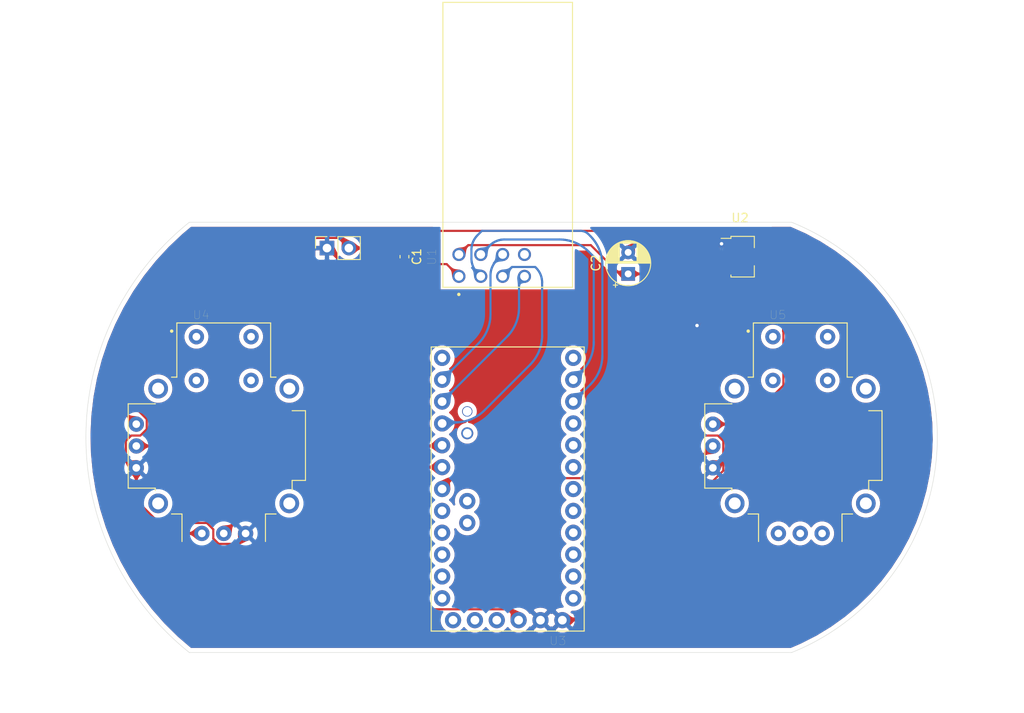
<source format=kicad_pcb>
(kicad_pcb (version 20171130) (host pcbnew "(5.1.8)-1")
  (layers (0 F.Cu signal) (31 B.Cu signal) (34 B.Paste user) (35 F.Paste user) (36 B.SilkS user) (37 F.SilkS user) (38 B.Mask user) (39 F.Mask user) (44 Edge.Cuts user))
  (net 0 "")
  (net 1 GND)
  (net 2 /5V)
  (net 3 "Net-(C2-Pad1)")
  (net 4 "Net-(U1-Pad8)")
  (net 5 "Net-(U1-Pad7)")
  (net 6 "Net-(U1-Pad6)")
  (net 7 "Net-(U1-Pad5)")
  (net 8 "Net-(U1-Pad4)")
  (net 9 "Net-(U1-Pad3)")
  (net 10 "Net-(U3-PadJP1_1)")
  (net 11 "Net-(U3-PadJP1_2)")
  (net 12 "Net-(U3-PadJP1_3)")
  (net 13 "Net-(U3-PadJP2_1)")
  (net 14 "Net-(U3-PadJP2_2)")
  (net 15 "Net-(U3-PadJP3_2)")
  (net 16 "Net-(U3-PadJP3_1)")
  (net 17 "Net-(U3-PadJP6_1)")
  (net 18 "Net-(U3-PadJP6_2)")
  (net 19 "Net-(U3-PadJP6_3)")
  (net 20 "Net-(U3-PadJP6_4)")
  (net 21 "Net-(U3-PadJP6_5)")
  (net 22 "Net-(U3-PadJP6_6)")
  (net 23 "Net-(U3-PadJP6_7)")
  (net 24 "Net-(U3-PadJP6_8)")
  (net 25 "Net-(U3-PadJP6_12)")
  (net 26 "Net-(U3-PadJP7_1)")
  (net 27 "Net-(U3-PadJP7_4)")
  (net 28 "Net-(U3-PadJP7_5)")
  (net 29 "Net-(U3-PadJP7_6)")
  (net 30 "Net-(U3-PadJP7_7)")
  (net 31 "Net-(U3-PadJP7_9)")
  (net 32 "Net-(U3-PadJP7_10)")
  (net 33 "Net-(U3-PadJP7_11)")
  (net 34 "Net-(U3-PadJP7_12)")
  (net 35 "Net-(U4-PadS1)")
  (net 36 "Net-(U4-PadB2A)")
  (net 37 "Net-(U4-PadB1A)")
  (net 38 "Net-(U5-PadS1)")
  (net 39 "Net-(U5-PadH3)")
  (net 40 "Net-(U5-PadH2)")
  (net 41 "Net-(U5-PadH1)")
  (net 42 "Net-(U5-PadB2A)")
  (net 43 "Net-(U5-PadB1A)")
  (module ARDUINO_PRO_MINI:MODULE_ARDUINO_PRO_MINI (layer F.Cu) (at 118 101 180)
    (fp_text reference U3 (at -5.825 -17.635) (layer F.SilkS) (effects (font (thickness 0.015))))
    (fp_text value ARDUINO_PRO_MINI)
    (pad JP1_1 thru_hole circle (at 6.35 -15.24 180) (size 1.8796 1.8796) (drill 1.016) (layers *.Cu *.Mask) (net 10 "Net-(U3-PadJP1_1)"))
    (pad JP1_2 thru_hole circle (at 3.81 -15.24 180) (size 1.8796 1.8796) (drill 1.016) (layers *.Cu *.Mask) (net 11 "Net-(U3-PadJP1_2)"))
    (pad JP1_3 thru_hole circle (at 1.27 -15.24 180) (size 1.8796 1.8796) (drill 1.016) (layers *.Cu *.Mask) (net 12 "Net-(U3-PadJP1_3)"))
    (pad JP1_4 thru_hole circle (at -1.27 -15.24 180) (size 1.8796 1.8796) (drill 1.016) (layers *.Cu *.Mask) (net 2 /5V))
    (pad JP1_5 thru_hole circle (at -3.81 -15.24 180) (size 1.8796 1.8796) (drill 1.016) (layers *.Cu *.Mask) (net 1 GND))
    (pad JP1_6 thru_hole circle (at -6.35 -15.24 180) (size 1.8796 1.8796) (drill 1.016) (layers *.Cu *.Mask) (net 1 GND))
    (pad JP2_1 thru_hole circle (at 4.699 -1.397 180) (size 1.8796 1.8796) (drill 1.016) (layers *.Cu *.Mask) (net 13 "Net-(U3-PadJP2_1)"))
    (pad JP2_2 thru_hole circle (at 4.699 -3.937 180) (size 1.8796 1.8796) (drill 1.016) (layers *.Cu *.Mask) (net 14 "Net-(U3-PadJP2_2)"))
    (pad JP3_2 thru_hole circle (at 4.699 6.477 180) (size 1.4 1.4) (drill 1.016) (layers *.Cu *.Mask) (net 15 "Net-(U3-PadJP3_2)"))
    (pad JP3_1 thru_hole circle (at 4.699 9.017 180) (size 1.2 1.2) (drill 1.016) (layers *.Cu *.Mask) (net 16 "Net-(U3-PadJP3_1)"))
    (pad JP6_1 thru_hole circle (at 7.62 -12.7 180) (size 1.8796 1.8796) (drill 1.016) (layers *.Cu *.Mask) (net 17 "Net-(U3-PadJP6_1)"))
    (pad JP6_2 thru_hole circle (at 7.62 -10.16 180) (size 1.8796 1.8796) (drill 1.016) (layers *.Cu *.Mask) (net 18 "Net-(U3-PadJP6_2)"))
    (pad JP6_3 thru_hole circle (at 7.62 -7.62 180) (size 1.8796 1.8796) (drill 1.016) (layers *.Cu *.Mask) (net 19 "Net-(U3-PadJP6_3)"))
    (pad JP6_4 thru_hole circle (at 7.62 -5.08 180) (size 1.8796 1.8796) (drill 1.016) (layers *.Cu *.Mask) (net 20 "Net-(U3-PadJP6_4)"))
    (pad JP6_5 thru_hole circle (at 7.62 -2.54 180) (size 1.8796 1.8796) (drill 1.016) (layers *.Cu *.Mask) (net 21 "Net-(U3-PadJP6_5)"))
    (pad JP6_6 thru_hole circle (at 7.62 0 180) (size 1.8796 1.8796) (drill 1.016) (layers *.Cu *.Mask) (net 22 "Net-(U3-PadJP6_6)"))
    (pad JP6_7 thru_hole circle (at 7.62 2.54 180) (size 1.8796 1.8796) (drill 1.016) (layers *.Cu *.Mask) (net 23 "Net-(U3-PadJP6_7)"))
    (pad JP6_8 thru_hole circle (at 7.62 5.08 180) (size 1.8796 1.8796) (drill 1.016) (layers *.Cu *.Mask) (net 24 "Net-(U3-PadJP6_8)"))
    (pad JP6_9 thru_hole circle (at 7.62 7.62 180) (size 1.8796 1.8796) (drill 1.016) (layers *.Cu *.Mask) (net 7 "Net-(U1-Pad5)"))
    (pad JP6_10 thru_hole circle (at 7.62 10.16 180) (size 1.8796 1.8796) (drill 1.016) (layers *.Cu *.Mask) (net 5 "Net-(U1-Pad7)"))
    (pad JP6_11 thru_hole circle (at 7.62 12.7 180) (size 1.8796 1.8796) (drill 1.016) (layers *.Cu *.Mask) (net 6 "Net-(U1-Pad6)"))
    (pad JP6_12 thru_hole circle (at 7.62 15.24 180) (size 1.8796 1.8796) (drill 1.016) (layers *.Cu *.Mask) (net 25 "Net-(U3-PadJP6_12)"))
    (pad JP7_1 thru_hole circle (at -7.62 15.24 180) (size 1.8796 1.8796) (drill 1.016) (layers *.Cu *.Mask) (net 26 "Net-(U3-PadJP7_1)"))
    (pad JP7_2 thru_hole circle (at -7.62 12.7 180) (size 1.8796 1.8796) (drill 1.016) (layers *.Cu *.Mask) (net 8 "Net-(U1-Pad4)"))
    (pad JP7_3 thru_hole circle (at -7.62 10.16 180) (size 1.8796 1.8796) (drill 1.016) (layers *.Cu *.Mask) (net 9 "Net-(U1-Pad3)"))
    (pad JP7_4 thru_hole circle (at -7.62 7.62 180) (size 1.8796 1.8796) (drill 1.016) (layers *.Cu *.Mask) (net 27 "Net-(U3-PadJP7_4)"))
    (pad JP7_5 thru_hole circle (at -7.62 5.08 180) (size 1.8796 1.8796) (drill 1.016) (layers *.Cu *.Mask) (net 28 "Net-(U3-PadJP7_5)"))
    (pad JP7_6 thru_hole circle (at -7.62 2.54 180) (size 1.8796 1.8796) (drill 1.016) (layers *.Cu *.Mask) (net 29 "Net-(U3-PadJP7_6)"))
    (pad JP7_7 thru_hole circle (at -7.62 0 180) (size 1.8796 1.8796) (drill 1.016) (layers *.Cu *.Mask) (net 30 "Net-(U3-PadJP7_7)"))
    (pad JP7_8 thru_hole circle (at -7.62 -2.54 180) (size 1.8796 1.8796) (drill 1.016) (layers *.Cu *.Mask) (net 23 "Net-(U3-PadJP6_7)"))
    (pad JP7_9 thru_hole circle (at -7.62 -5.08 180) (size 1.8796 1.8796) (drill 1.016) (layers *.Cu *.Mask) (net 31 "Net-(U3-PadJP7_9)"))
    (pad JP7_10 thru_hole circle (at -7.62 -7.62 180) (size 1.8796 1.8796) (drill 1.016) (layers *.Cu *.Mask) (net 32 "Net-(U3-PadJP7_10)"))
    (pad JP7_11 thru_hole circle (at -7.62 -10.16 180) (size 1.8796 1.8796) (drill 1.016) (layers *.Cu *.Mask) (net 33 "Net-(U3-PadJP7_11)"))
    (pad JP7_12 thru_hole circle (at -7.62 -12.7 180) (size 1.8796 1.8796) (drill 1.016) (layers *.Cu *.Mask) (net 34 "Net-(U3-PadJP7_12)"))
  )
  (module Package_TO_SOT_SMD:SOT-89-3_Handsoldering (layer F.Cu) (at 145 74)
    (fp_text reference U2 (at 0 -4.5) (layer F.SilkS))
    (fp_text value AP1117-33)
    (pad 2 smd custom (at -2.0625 0) (size 2.475 0.9) (layers F.Cu F.Paste F.Mask) (net 3 "Net-(C2-Pad1)") (options (clearance outline) (anchor rect)) (primitives (gr_poly (pts (xy 1.2375 -0.8665) (xy 5.3625 -0.8665) (xy 5.3625 0.8665) (xy 1.2375 0.8665)) (width 0))))
    (pad 3 smd rect (at -2.15 1.5) (size 2.3 0.9) (layers F.Cu F.Paste F.Mask) (net 2 /5V))
    (pad 1 smd rect (at -2.15 -1.5) (size 2.3 0.9) (layers F.Cu F.Paste F.Mask) (net 1 GND))
  )
  (module COM-09032:XDCR_COM-09032 (layer F.Cu) (at 152 96)
    (fp_text reference U5 (at -2.625 -15.235) (layer F.SilkS) (effects (font (thickness 0.015))))
    (fp_text value COM-09032)
    (pad V3 thru_hole circle (at -10.16 2.54) (size 1.778 1.778) (drill 0.889) (layers *.Cu *.Mask) (net 1 GND))
    (pad V2 thru_hole circle (at -10.16 0) (size 1.778 1.778) (drill 0.889) (layers *.Cu *.Mask) (net 22 "Net-(U3-PadJP6_6)"))
    (pad V1 thru_hole circle (at -10.16 -2.54) (size 1.778 1.778) (drill 0.889) (layers *.Cu *.Mask) (net 2 /5V))
    (pad S4 thru_hole circle (at 7.62 -6.6675) (size 2.286 2.286) (drill 1.397) (layers *.Cu *.Mask) (net 38 "Net-(U5-PadS1)"))
    (pad S3 thru_hole circle (at 7.62 6.6675) (size 2.286 2.286) (drill 1.397) (layers *.Cu *.Mask) (net 38 "Net-(U5-PadS1)"))
    (pad S2 thru_hole circle (at -7.62 6.6675) (size 2.286 2.286) (drill 1.397) (layers *.Cu *.Mask) (net 38 "Net-(U5-PadS1)"))
    (pad S1 thru_hole circle (at -7.62 -6.6675) (size 2.286 2.286) (drill 1.397) (layers *.Cu *.Mask) (net 38 "Net-(U5-PadS1)"))
    (pad H3 thru_hole circle (at 2.54 10.16) (size 1.778 1.778) (drill 0.889) (layers *.Cu *.Mask) (net 39 "Net-(U5-PadH3)"))
    (pad H2 thru_hole circle (at 0 10.16) (size 1.778 1.778) (drill 0.889) (layers *.Cu *.Mask) (net 40 "Net-(U5-PadH2)"))
    (pad H1 thru_hole circle (at -2.54 10.16) (size 1.778 1.778) (drill 0.889) (layers *.Cu *.Mask) (net 41 "Net-(U5-PadH1)"))
    (pad B2B thru_hole circle (at 3.175 -7.62) (size 1.778 1.778) (drill 0.9) (layers *.Cu *.Mask))
    (pad B2A thru_hole circle (at -3.175 -7.62) (size 1.778 1.778) (drill 0.9) (layers *.Cu *.Mask) (net 42 "Net-(U5-PadB2A)"))
    (pad B1B thru_hole circle (at 3.175 -12.7) (size 1.778 1.778) (drill 0.9) (layers *.Cu *.Mask))
    (pad B1A thru_hole circle (at -3.175 -12.7) (size 1.778 1.778) (drill 0.9) (layers *.Cu *.Mask) (net 43 "Net-(U5-PadB1A)"))
  )
  (module COM-09032:XDCR_COM-09032 (layer F.Cu) (at 85 96)
    (fp_text reference U4 (at -2.625 -15.235) (layer F.SilkS) (effects (font (thickness 0.015))))
    (fp_text value COM-09032)
    (pad V3 thru_hole circle (at -10.16 2.54) (size 1.778 1.778) (drill 0.889) (layers *.Cu *.Mask) (net 1 GND))
    (pad V2 thru_hole circle (at -10.16 0) (size 1.778 1.778) (drill 0.889) (layers *.Cu *.Mask) (net 24 "Net-(U3-PadJP6_8)"))
    (pad V1 thru_hole circle (at -10.16 -2.54) (size 1.778 1.778) (drill 0.889) (layers *.Cu *.Mask) (net 2 /5V))
    (pad S4 thru_hole circle (at 7.62 -6.6675) (size 2.286 2.286) (drill 1.397) (layers *.Cu *.Mask) (net 35 "Net-(U4-PadS1)"))
    (pad S3 thru_hole circle (at 7.62 6.6675) (size 2.286 2.286) (drill 1.397) (layers *.Cu *.Mask) (net 35 "Net-(U4-PadS1)"))
    (pad S2 thru_hole circle (at -7.62 6.6675) (size 2.286 2.286) (drill 1.397) (layers *.Cu *.Mask) (net 35 "Net-(U4-PadS1)"))
    (pad S1 thru_hole circle (at -7.62 -6.6675) (size 2.286 2.286) (drill 1.397) (layers *.Cu *.Mask) (net 35 "Net-(U4-PadS1)"))
    (pad H3 thru_hole circle (at 2.54 10.16) (size 1.778 1.778) (drill 0.889) (layers *.Cu *.Mask) (net 1 GND))
    (pad H2 thru_hole circle (at 0 10.16) (size 1.778 1.778) (drill 0.889) (layers *.Cu *.Mask) (net 23 "Net-(U3-PadJP6_7)"))
    (pad H1 thru_hole circle (at -2.54 10.16) (size 1.778 1.778) (drill 0.889) (layers *.Cu *.Mask) (net 2 /5V))
    (pad B2B thru_hole circle (at 3.175 -7.62) (size 1.778 1.778) (drill 0.9) (layers *.Cu *.Mask))
    (pad B2A thru_hole circle (at -3.175 -7.62) (size 1.778 1.778) (drill 0.9) (layers *.Cu *.Mask) (net 36 "Net-(U4-PadB2A)"))
    (pad B1B thru_hole circle (at 3.175 -12.7) (size 1.778 1.778) (drill 0.9) (layers *.Cu *.Mask))
    (pad B1A thru_hole circle (at -3.175 -12.7) (size 1.778 1.778) (drill 0.9) (layers *.Cu *.Mask) (net 37 "Net-(U4-PadB1A)"))
  )
  (module NRF24L01P-MODULE-PCB:XCVR_NRF24L01P-MODULE-PCB (layer F.Cu) (at 118 61 90)
    (fp_text reference U1 (at -13.025 -8.835 90) (layer F.SilkS) (effects (font (thickness 0.015))))
    (fp_text value NRF24L01P-MODULE-PCB)
    (pad 8 thru_hole circle (at -12.7445 1.9511 90) (size 1.524 1.524) (drill 1.016) (layers *.Cu *.Mask) (net 4 "Net-(U1-Pad8)"))
    (pad 7 thru_hole circle (at -15.2844 1.9511 90) (size 1.524 1.524) (drill 1.016) (layers *.Cu *.Mask) (net 5 "Net-(U1-Pad7)"))
    (pad 6 thru_hole circle (at -12.7445 -0.5889 90) (size 1.524 1.524) (drill 1.016) (layers *.Cu *.Mask) (net 6 "Net-(U1-Pad6)"))
    (pad 5 thru_hole circle (at -15.2844 -0.5889 90) (size 1.524 1.524) (drill 1.016) (layers *.Cu *.Mask) (net 7 "Net-(U1-Pad5)"))
    (pad 4 thru_hole circle (at -12.7445 -3.1289 90) (size 1.524 1.524) (drill 1.016) (layers *.Cu *.Mask) (net 8 "Net-(U1-Pad4)"))
    (pad 3 thru_hole circle (at -15.2844 -3.1289 90) (size 1.524 1.524) (drill 1.016) (layers *.Cu *.Mask) (net 9 "Net-(U1-Pad3)"))
    (pad 2 thru_hole circle (at -12.7445 -5.6689 90) (size 1.524 1.524) (drill 1.016) (layers *.Cu *.Mask) (net 3 "Net-(C2-Pad1)"))
    (pad 1 thru_hole circle (at -15.2844 -5.6689 90) (size 1.524 1.524) (drill 1.016) (layers *.Cu *.Mask) (net 1 GND))
  )
  (module Connector_PinSocket_2.54mm:PinSocket_1x02_P2.54mm_Vertical (layer F.Cu) (at 97 73 90)
    (fp_text reference J1 hide)
    (fp_text value Conn_01x02)
    (pad 2 thru_hole oval (at 0 2.54 90) (size 1.7 1.7) (drill 1) (layers *.Cu *.Mask) (net 2 /5V))
    (pad 1 thru_hole rect (at 0 0 90) (size 1.7 1.7) (drill 1) (layers *.Cu *.Mask) (net 1 GND))
  )
  (module Capacitor_THT:CP_Radial_D5.0mm_P2.50mm (layer F.Cu) (at 132 76 90)
    (fp_text reference C2 (at 1.25 -3.75 90) (layer F.SilkS))
    (fp_text value C_Small)
    (pad 2 thru_hole circle (at 2.5 0 90) (size 1.6 1.6) (drill 0.8) (layers *.Cu *.Mask) (net 1 GND))
    (pad 1 thru_hole rect (at 0 0 90) (size 1.6 1.6) (drill 0.8) (layers *.Cu *.Mask) (net 3 "Net-(C2-Pad1)"))
  )
  (module Capacitor_SMD:C_0603_1608Metric_Pad1.08x0.95mm_HandSolder (layer F.Cu) (at 106 74 270)
    (fp_text reference C1 (at 0 -1.43 90) (layer F.SilkS))
    (fp_text value C_Small)
    (pad 2 smd roundrect (at 0.8625 0 270) (size 1.075 0.95) (layers F.Cu F.Paste F.Mask) (net 1 GND))
    (pad 1 smd roundrect (at -0.8625 0 270) (size 1.075 0.95) (layers F.Cu F.Paste F.Mask) (net 2 /5V))
  )
  (gr_text "5V\n" (at 100 77 90) (layer F.Cu) (effects (font (size 1.5 1.5) (thickness 0.3))))
  (gr_text GND (at 96 77 90) (layer F.Cu) (effects (font (size 1.5 1.5) (thickness 0.3))))
  (gr_line (start 150.999999 119.999999) (end 81 120) (layer Edge.Cuts) (width 0.05))
  (gr_arc (start 101 95) (end 81.000001 70.000001) (angle -102.6803835) (layer Edge.Cuts) (width 0.05))
  (gr_arc (start 141 95) (end 150.999999 119.999999) (angle -136.397181) (layer Edge.Cuts) (width 0.05))
  (gr_line (start 81 70) (end 151 70) (layer Edge.Cuts) (width 0.05))
  (segment (start 98.175001 74.175001) (end 98.175001 77.692547) (width 0.25) (layer F.Cu) (net 1))
  (segment (start 98.175001 77.692547) (end 99.482454 79) (width 0.25) (layer F.Cu) (net 1))
  (segment (start 97 73) (end 98.175001 74.175001) (width 0.25) (layer F.Cu) (net 1))
  (segment (start 106 74.8625) (end 106 79) (width 0.25) (layer F.Cu) (net 1))
  (segment (start 110.9092 74.8625) (end 112.3311 76.2844) (width 0.25) (layer F.Cu) (net 1))
  (segment (start 106 74.8625) (end 110.9092 74.8625) (width 0.25) (layer F.Cu) (net 1))
  (segment (start 133 72.5) (end 142.85 72.5) (width 0.25) (layer F.Cu) (net 1))
  (segment (start 132 73.5) (end 133 72.5) (width 0.25) (layer F.Cu) (net 1))
  (segment (start 142.85 72.5) (end 142.85 72.5) (width 0.25) (layer F.Cu) (net 1))
  (via (at 142.85 72.5) (size 0.8) (drill 0.4) (layers F.Cu B.Cu) (net 1))
  (segment (start 142.85 72.5) (end 142.85 79.15) (width 0.25) (layer B.Cu) (net 1))
  (segment (start 142.85 79.15) (end 140 82) (width 0.25) (layer B.Cu) (net 1))
  (segment (start 140 82) (end 140 82) (width 0.25) (layer B.Cu) (net 1))
  (via (at 140 82) (size 0.6) (drill 0.4) (layers F.Cu B.Cu) (net 1))
  (segment (start 143.054001 97.325999) (end 141.84 98.54) (width 0.25) (layer F.Cu) (net 1))
  (segment (start 142.422721 94.785999) (end 143.054001 95.417279) (width 0.25) (layer F.Cu) (net 1))
  (segment (start 139.785999 94.785999) (end 142.422721 94.785999) (width 0.25) (layer F.Cu) (net 1))
  (segment (start 137 92) (end 139.785999 94.785999) (width 0.25) (layer F.Cu) (net 1))
  (segment (start 137 85) (end 137 92) (width 0.25) (layer F.Cu) (net 1))
  (segment (start 137 85) (end 137 84) (width 0.25) (layer F.Cu) (net 1))
  (segment (start 137 84) (end 132 79) (width 0.25) (layer F.Cu) (net 1))
  (segment (start 106 79) (end 132 79) (width 0.25) (layer F.Cu) (net 1))
  (segment (start 140 82) (end 135 82) (width 0.25) (layer F.Cu) (net 1))
  (segment (start 99.482454 79) (end 100 79) (width 0.25) (layer F.Cu) (net 1))
  (segment (start 100 79) (end 99.491453 79.508547) (width 0.25) (layer F.Cu) (net 1))
  (segment (start 100 79) (end 106 79) (width 0.25) (layer F.Cu) (net 1))
  (segment (start 73.625999 95.417279) (end 73.625999 97.325999) (width 0.25) (layer F.Cu) (net 1))
  (segment (start 74.257279 94.785999) (end 73.625999 95.417279) (width 0.25) (layer F.Cu) (net 1))
  (segment (start 75.310723 94.785999) (end 74.257279 94.785999) (width 0.25) (layer F.Cu) (net 1))
  (segment (start 76.054001 94.042721) (end 75.310723 94.785999) (width 0.25) (layer F.Cu) (net 1))
  (segment (start 76.054001 92.877279) (end 76.054001 94.042721) (width 0.25) (layer F.Cu) (net 1))
  (segment (start 73.625999 90.449277) (end 76.054001 92.877279) (width 0.25) (layer F.Cu) (net 1))
  (segment (start 73.625999 97.325999) (end 74.84 98.54) (width 0.25) (layer F.Cu) (net 1))
  (segment (start 73.625999 85.374001) (end 73.625999 90.449277) (width 0.25) (layer F.Cu) (net 1))
  (segment (start 84.417279 107.374001) (end 86.325999 107.374001) (width 0.25) (layer F.Cu) (net 1))
  (segment (start 83.785999 106.742721) (end 84.417279 107.374001) (width 0.25) (layer F.Cu) (net 1))
  (segment (start 83.785999 105.689277) (end 83.785999 106.742721) (width 0.25) (layer F.Cu) (net 1))
  (segment (start 83.042721 104.945999) (end 83.785999 105.689277) (width 0.25) (layer F.Cu) (net 1))
  (segment (start 77.485857 104.945999) (end 83.042721 104.945999) (width 0.25) (layer F.Cu) (net 1))
  (segment (start 86.325999 107.374001) (end 87.54 106.16) (width 0.25) (layer F.Cu) (net 1))
  (segment (start 74.84 102.300142) (end 77.485857 104.945999) (width 0.25) (layer F.Cu) (net 1))
  (segment (start 74.84 98.54) (end 74.84 102.300142) (width 0.25) (layer F.Cu) (net 1))
  (segment (start 143.054001 98.865076) (end 143.054001 97.054001) (width 0.25) (layer F.Cu) (net 1))
  (segment (start 125.679077 116.24) (end 143.054001 98.865076) (width 0.25) (layer F.Cu) (net 1))
  (segment (start 124.35 116.24) (end 125.679077 116.24) (width 0.25) (layer F.Cu) (net 1))
  (segment (start 143.054001 97.054001) (end 143.054001 97.325999) (width 0.25) (layer F.Cu) (net 1))
  (segment (start 143.054001 95.417279) (end 143.054001 97.054001) (width 0.25) (layer F.Cu) (net 1))
  (segment (start 84.491453 79.508547) (end 99.491453 79.508547) (width 0.25) (layer F.Cu) (net 1))
  (segment (start 84.491453 79.508547) (end 83.899153 79.523086) (width 0.25) (layer F.Cu) (net 1))
  (segment (start 83.899153 79.523086) (end 83.308281 79.566672) (width 0.25) (layer F.Cu) (net 1))
  (segment (start 83.308281 79.566672) (end 82.720259 79.639197) (width 0.25) (layer F.Cu) (net 1))
  (segment (start 82.720259 79.639197) (end 82.136504 79.740488) (width 0.25) (layer F.Cu) (net 1))
  (segment (start 82.136504 79.740488) (end 81.558422 79.870301) (width 0.25) (layer F.Cu) (net 1))
  (segment (start 81.558422 79.870301) (end 80.987407 80.028322) (width 0.25) (layer F.Cu) (net 1))
  (segment (start 80.987407 80.028322) (end 80.424832 80.214172) (width 0.25) (layer F.Cu) (net 1))
  (segment (start 80.424832 80.214172) (end 79.872055 80.427401) (width 0.25) (layer F.Cu) (net 1))
  (segment (start 79.872055 80.427401) (end 79.330406 80.667498) (width 0.25) (layer F.Cu) (net 1))
  (segment (start 79.330406 80.667498) (end 78.801191 80.933882) (width 0.25) (layer F.Cu) (net 1))
  (segment (start 78.801191 80.933882) (end 78.285683 81.225913) (width 0.25) (layer F.Cu) (net 1))
  (segment (start 78.285683 81.225913) (end 77.785127 81.542888) (width 0.25) (layer F.Cu) (net 1))
  (segment (start 77.785127 81.542888) (end 77.300726 81.884041) (width 0.25) (layer F.Cu) (net 1))
  (segment (start 77.300726 81.884041) (end 76.833648 82.248552) (width 0.25) (layer F.Cu) (net 1))
  (segment (start 76.833648 82.248552) (end 76.385019 82.635542) (width 0.25) (layer F.Cu) (net 1))
  (segment (start 76.385019 82.635542) (end 75.955919 83.04408) (width 0.25) (layer F.Cu) (net 1))
  (segment (start 75.955919 83.04408) (end 73.625999 85.374001) (width 0.25) (layer F.Cu) (net 1))
  (segment (start 105.8625 73) (end 106 73.1375) (width 0.25) (layer F.Cu) (net 2))
  (segment (start 99.54 73) (end 105.8625 73) (width 0.25) (layer F.Cu) (net 2))
  (segment (start 148.126136 75.5) (end 142.85 75.5) (width 0.25) (layer F.Cu) (net 2))
  (segment (start 150 73.626136) (end 148.126136 75.5) (width 0.25) (layer F.Cu) (net 2))
  (segment (start 150 73) (end 150 73.626136) (width 0.25) (layer F.Cu) (net 2))
  (segment (start 110 71) (end 148 71) (width 0.25) (layer F.Cu) (net 2))
  (segment (start 148 71) (end 150 73) (width 0.25) (layer F.Cu) (net 2))
  (segment (start 107.8625 73.1375) (end 110 71) (width 0.25) (layer F.Cu) (net 2))
  (segment (start 106 73.1375) (end 107.8625 73.1375) (width 0.25) (layer F.Cu) (net 2))
  (segment (start 145.541722 93.46) (end 141.84 93.46) (width 0.25) (layer F.Cu) (net 2))
  (segment (start 150.039001 88.962721) (end 145.541722 93.46) (width 0.25) (layer F.Cu) (net 2))
  (segment (start 150.039001 82.717279) (end 150.039001 88.962721) (width 0.25) (layer F.Cu) (net 2))
  (segment (start 150 82.678278) (end 150.039001 82.717279) (width 0.25) (layer F.Cu) (net 2))
  (segment (start 150 73.626136) (end 150 82.678278) (width 0.25) (layer F.Cu) (net 2))
  (segment (start 73.175989 85.187601) (end 73.175989 91.795989) (width 0.25) (layer F.Cu) (net 2))
  (segment (start 73.175989 91.795989) (end 74.84 93.46) (width 0.25) (layer F.Cu) (net 2))
  (segment (start 78.063448 106.16) (end 82.46 106.16) (width 0.25) (layer F.Cu) (net 2))
  (segment (start 73.175989 101.272541) (end 78.063448 106.16) (width 0.25) (layer F.Cu) (net 2))
  (segment (start 73.175989 91.795989) (end 73.175989 101.272541) (width 0.25) (layer F.Cu) (net 2))
  (segment (start 86.878647 114.975199) (end 78.063448 106.16) (width 0.25) (layer F.Cu) (net 2))
  (segment (start 118.005199 114.975199) (end 86.878647 114.975199) (width 0.25) (layer F.Cu) (net 2))
  (segment (start 119.27 116.24) (end 118.005199 114.975199) (width 0.25) (layer F.Cu) (net 2))
  (segment (start 99.54 73) (end 98.364999 71.824999) (width 0.25) (layer F.Cu) (net 2))
  (segment (start 83.003057 75.360532) (end 73.175989 85.187601) (width 0.25) (layer F.Cu) (net 2))
  (segment (start 83.003057 75.360532) (end 83.432156 74.951993) (width 0.25) (layer F.Cu) (net 2))
  (segment (start 83.432156 74.951993) (end 83.880786 74.565003) (width 0.25) (layer F.Cu) (net 2))
  (segment (start 83.880786 74.565003) (end 84.347863 74.200492) (width 0.25) (layer F.Cu) (net 2))
  (segment (start 84.347863 74.200492) (end 84.832264 73.859339) (width 0.25) (layer F.Cu) (net 2))
  (segment (start 84.832264 73.859339) (end 85.332821 73.542365) (width 0.25) (layer F.Cu) (net 2))
  (segment (start 85.332821 73.542365) (end 85.848328 73.250334) (width 0.25) (layer F.Cu) (net 2))
  (segment (start 85.848328 73.250334) (end 86.377544 72.983949) (width 0.25) (layer F.Cu) (net 2))
  (segment (start 86.377544 72.983949) (end 86.919193 72.743853) (width 0.25) (layer F.Cu) (net 2))
  (segment (start 86.919193 72.743853) (end 87.47197 72.530623) (width 0.25) (layer F.Cu) (net 2))
  (segment (start 87.47197 72.530623) (end 88.034544 72.344774) (width 0.25) (layer F.Cu) (net 2))
  (segment (start 88.034544 72.344774) (end 88.60556 72.186752) (width 0.25) (layer F.Cu) (net 2))
  (segment (start 88.60556 72.186752) (end 89.183642 72.05694) (width 0.25) (layer F.Cu) (net 2))
  (segment (start 89.183642 72.05694) (end 89.767397 71.955649) (width 0.25) (layer F.Cu) (net 2))
  (segment (start 89.767397 71.955649) (end 90.355419 71.883123) (width 0.25) (layer F.Cu) (net 2))
  (segment (start 90.355419 71.883123) (end 90.946291 71.839538) (width 0.25) (layer F.Cu) (net 2))
  (segment (start 90.946291 71.839538) (end 91.538591 71.824999) (width 0.25) (layer F.Cu) (net 2))
  (segment (start 91.538591 71.824999) (end 98.364999 71.824999) (width 0.25) (layer F.Cu) (net 2))
  (segment (start 132 76) (end 131 76) (width 0.25) (layer F.Cu) (net 3))
  (segment (start 113.418101 72.657499) (end 112.3311 73.7445) (width 0.25) (layer F.Cu) (net 3))
  (segment (start 127.657499 72.657499) (end 113.418101 72.657499) (width 0.25) (layer F.Cu) (net 3))
  (segment (start 131 76) (end 127.657499 72.657499) (width 0.25) (layer F.Cu) (net 3))
  (segment (start 132 76) (end 140 76) (width 0.25) (layer F.Cu) (net 3))
  (segment (start 142 74) (end 142.9375 74) (width 0.25) (layer F.Cu) (net 3))
  (segment (start 140 76) (end 142 74) (width 0.25) (layer F.Cu) (net 3))
  (segment (start 119.7156 76.2844) (end 119.314109 76.685891) (width 0.25) (layer B.Cu) (net 5))
  (segment (start 119.9511 76.2844) (end 119.7156 76.2844) (width 0.25) (layer B.Cu) (net 5))
  (segment (start 117.899895 83.320104) (end 110.38 90.84) (width 0.25) (layer B.Cu) (net 5))
  (segment (start 117.899895 83.320104) (end 117.982655 83.235286) (width 0.25) (layer B.Cu) (net 5))
  (segment (start 117.982655 83.235286) (end 118.063309 83.148463) (width 0.25) (layer B.Cu) (net 5))
  (segment (start 118.063309 83.148463) (end 118.141809 83.059687) (width 0.25) (layer B.Cu) (net 5))
  (segment (start 118.141809 83.059687) (end 118.218105 82.969012) (width 0.25) (layer B.Cu) (net 5))
  (segment (start 118.218105 82.969012) (end 118.292154 82.876491) (width 0.25) (layer B.Cu) (net 5))
  (segment (start 118.292154 82.876491) (end 118.36391 82.782181) (width 0.25) (layer B.Cu) (net 5))
  (segment (start 118.36391 82.782181) (end 118.43333 82.686138) (width 0.25) (layer B.Cu) (net 5))
  (segment (start 118.43333 82.686138) (end 118.500371 82.58842) (width 0.25) (layer B.Cu) (net 5))
  (segment (start 118.500371 82.58842) (end 118.564995 82.489087) (width 0.25) (layer B.Cu) (net 5))
  (segment (start 118.564995 82.489087) (end 118.627161 82.388198) (width 0.25) (layer B.Cu) (net 5))
  (segment (start 118.627161 82.388198) (end 118.686832 82.285813) (width 0.25) (layer B.Cu) (net 5))
  (segment (start 118.686832 82.285813) (end 118.743973 82.181995) (width 0.25) (layer B.Cu) (net 5))
  (segment (start 118.743973 82.181995) (end 118.798549 82.076806) (width 0.25) (layer B.Cu) (net 5))
  (segment (start 118.798549 82.076806) (end 118.850527 81.970309) (width 0.25) (layer B.Cu) (net 5))
  (segment (start 118.850527 81.970309) (end 118.899876 81.862568) (width 0.25) (layer B.Cu) (net 5))
  (segment (start 118.899876 81.862568) (end 118.946566 81.753649) (width 0.25) (layer B.Cu) (net 5))
  (segment (start 118.946566 81.753649) (end 118.990569 81.643617) (width 0.25) (layer B.Cu) (net 5))
  (segment (start 118.990569 81.643617) (end 119.031858 81.532538) (width 0.25) (layer B.Cu) (net 5))
  (segment (start 119.031858 81.532538) (end 119.070409 81.42048) (width 0.25) (layer B.Cu) (net 5))
  (segment (start 119.070409 81.42048) (end 119.106198 81.307509) (width 0.25) (layer B.Cu) (net 5))
  (segment (start 119.106198 81.307509) (end 119.139203 81.193693) (width 0.25) (layer B.Cu) (net 5))
  (segment (start 119.139203 81.193693) (end 119.169406 81.079102) (width 0.25) (layer B.Cu) (net 5))
  (segment (start 119.169406 81.079102) (end 119.196788 80.963805) (width 0.25) (layer B.Cu) (net 5))
  (segment (start 119.196788 80.963805) (end 119.221331 80.84787) (width 0.25) (layer B.Cu) (net 5))
  (segment (start 119.221331 80.84787) (end 119.243022 80.731367) (width 0.25) (layer B.Cu) (net 5))
  (segment (start 119.243022 80.731367) (end 119.261848 80.614368) (width 0.25) (layer B.Cu) (net 5))
  (segment (start 119.261848 80.614368) (end 119.277796 80.496941) (width 0.25) (layer B.Cu) (net 5))
  (segment (start 119.277796 80.496941) (end 119.290858 80.379159) (width 0.25) (layer B.Cu) (net 5))
  (segment (start 119.290858 80.379159) (end 119.301025 80.261092) (width 0.25) (layer B.Cu) (net 5))
  (segment (start 119.301025 80.261092) (end 119.308292 80.14281) (width 0.25) (layer B.Cu) (net 5))
  (segment (start 119.308292 80.14281) (end 119.312654 80.024386) (width 0.25) (layer B.Cu) (net 5))
  (segment (start 119.312654 80.024386) (end 119.314109 79.905891) (width 0.25) (layer B.Cu) (net 5))
  (segment (start 119.314109 79.905891) (end 119.314109 76.685891) (width 0.25) (layer B.Cu) (net 5))
  (segment (start 114.585786 84.094213) (end 110.38 88.3) (width 0.25) (layer B.Cu) (net 6))
  (segment (start 114.585786 84.094213) (end 114.668546 84.009395) (width 0.25) (layer B.Cu) (net 6))
  (segment (start 114.668546 84.009395) (end 114.7492 83.922572) (width 0.25) (layer B.Cu) (net 6))
  (segment (start 114.7492 83.922572) (end 114.8277 83.833796) (width 0.25) (layer B.Cu) (net 6))
  (segment (start 114.8277 83.833796) (end 114.903996 83.743121) (width 0.25) (layer B.Cu) (net 6))
  (segment (start 114.903996 83.743121) (end 114.978045 83.6506) (width 0.25) (layer B.Cu) (net 6))
  (segment (start 114.978045 83.6506) (end 115.049801 83.55629) (width 0.25) (layer B.Cu) (net 6))
  (segment (start 115.049801 83.55629) (end 115.119221 83.460247) (width 0.25) (layer B.Cu) (net 6))
  (segment (start 115.119221 83.460247) (end 115.186262 83.362529) (width 0.25) (layer B.Cu) (net 6))
  (segment (start 115.186262 83.362529) (end 115.250886 83.263196) (width 0.25) (layer B.Cu) (net 6))
  (segment (start 115.250886 83.263196) (end 115.313052 83.162307) (width 0.25) (layer B.Cu) (net 6))
  (segment (start 115.313052 83.162307) (end 115.372723 83.059922) (width 0.25) (layer B.Cu) (net 6))
  (segment (start 115.372723 83.059922) (end 115.429864 82.956104) (width 0.25) (layer B.Cu) (net 6))
  (segment (start 115.429864 82.956104) (end 115.48444 82.850915) (width 0.25) (layer B.Cu) (net 6))
  (segment (start 115.48444 82.850915) (end 115.536418 82.744418) (width 0.25) (layer B.Cu) (net 6))
  (segment (start 115.536418 82.744418) (end 115.585767 82.636677) (width 0.25) (layer B.Cu) (net 6))
  (segment (start 115.585767 82.636677) (end 115.632457 82.527758) (width 0.25) (layer B.Cu) (net 6))
  (segment (start 115.632457 82.527758) (end 115.67646 82.417726) (width 0.25) (layer B.Cu) (net 6))
  (segment (start 115.67646 82.417726) (end 115.717749 82.306647) (width 0.25) (layer B.Cu) (net 6))
  (segment (start 115.717749 82.306647) (end 115.7563 82.194589) (width 0.25) (layer B.Cu) (net 6))
  (segment (start 115.7563 82.194589) (end 115.792089 82.081618) (width 0.25) (layer B.Cu) (net 6))
  (segment (start 115.792089 82.081618) (end 115.825094 81.967802) (width 0.25) (layer B.Cu) (net 6))
  (segment (start 115.825094 81.967802) (end 115.855297 81.853211) (width 0.25) (layer B.Cu) (net 6))
  (segment (start 115.855297 81.853211) (end 115.882679 81.737914) (width 0.25) (layer B.Cu) (net 6))
  (segment (start 115.882679 81.737914) (end 115.907222 81.621979) (width 0.25) (layer B.Cu) (net 6))
  (segment (start 115.907222 81.621979) (end 115.928913 81.505476) (width 0.25) (layer B.Cu) (net 6))
  (segment (start 115.928913 81.505476) (end 115.947739 81.388477) (width 0.25) (layer B.Cu) (net 6))
  (segment (start 115.947739 81.388477) (end 115.963687 81.27105) (width 0.25) (layer B.Cu) (net 6))
  (segment (start 115.963687 81.27105) (end 115.976749 81.153268) (width 0.25) (layer B.Cu) (net 6))
  (segment (start 115.976749 81.153268) (end 115.986916 81.035201) (width 0.25) (layer B.Cu) (net 6))
  (segment (start 115.986916 81.035201) (end 115.994183 80.916919) (width 0.25) (layer B.Cu) (net 6))
  (segment (start 115.994183 80.916919) (end 115.998545 80.798495) (width 0.25) (layer B.Cu) (net 6))
  (segment (start 115.998545 80.798495) (end 116 80.68) (width 0.25) (layer B.Cu) (net 6))
  (segment (start 116.707106 74.448493) (end 117.4111 73.7445) (width 0.25) (layer B.Cu) (net 6))
  (segment (start 116.707106 74.448493) (end 116.625398 74.534312) (width 0.25) (layer B.Cu) (net 6))
  (segment (start 116.625398 74.534312) (end 116.548 74.624038) (width 0.25) (layer B.Cu) (net 6))
  (segment (start 116.548 74.624038) (end 116.475098 74.717454) (width 0.25) (layer B.Cu) (net 6))
  (segment (start 116.475098 74.717454) (end 116.406867 74.814334) (width 0.25) (layer B.Cu) (net 6))
  (segment (start 116.406867 74.814334) (end 116.343472 74.914445) (width 0.25) (layer B.Cu) (net 6))
  (segment (start 116.343472 74.914445) (end 116.285066 75.017547) (width 0.25) (layer B.Cu) (net 6))
  (segment (start 116.285066 75.017547) (end 116.231789 75.12339) (width 0.25) (layer B.Cu) (net 6))
  (segment (start 116.231789 75.12339) (end 116.18377 75.23172) (width 0.25) (layer B.Cu) (net 6))
  (segment (start 116.18377 75.23172) (end 116.141124 75.342275) (width 0.25) (layer B.Cu) (net 6))
  (segment (start 116.141124 75.342275) (end 116.103954 75.45479) (width 0.25) (layer B.Cu) (net 6))
  (segment (start 116.103954 75.45479) (end 116.07235 75.568993) (width 0.25) (layer B.Cu) (net 6))
  (segment (start 116.07235 75.568993) (end 116.046387 75.68461) (width 0.25) (layer B.Cu) (net 6))
  (segment (start 116.046387 75.68461) (end 116.026129 75.801361) (width 0.25) (layer B.Cu) (net 6))
  (segment (start 116.026129 75.801361) (end 116.011624 75.918965) (width 0.25) (layer B.Cu) (net 6))
  (segment (start 116.011624 75.918965) (end 116.002907 76.03714) (width 0.25) (layer B.Cu) (net 6))
  (segment (start 116.002907 76.03714) (end 116 76.1556) (width 0.25) (layer B.Cu) (net 6))
  (segment (start 116 76.1556) (end 116 80.68) (width 0.25) (layer B.Cu) (net 6))
  (segment (start 110.501801 93.258199) (end 110.38 93.38) (width 0.25) (layer B.Cu) (net 7))
  (segment (start 118.498101 75.197399) (end 121.197399 75.197399) (width 0.25) (layer B.Cu) (net 7))
  (segment (start 117.4111 76.2844) (end 118.498101 75.197399) (width 0.25) (layer B.Cu) (net 7))
  (segment (start 120.585786 86.570119) (end 120.668546 86.485301) (width 0.25) (layer B.Cu) (net 7))
  (segment (start 120.668546 86.485301) (end 120.7492 86.398478) (width 0.25) (layer B.Cu) (net 7))
  (segment (start 120.7492 86.398478) (end 120.8277 86.309702) (width 0.25) (layer B.Cu) (net 7))
  (segment (start 120.8277 86.309702) (end 120.903996 86.219027) (width 0.25) (layer B.Cu) (net 7))
  (segment (start 120.903996 86.219027) (end 120.978045 86.126506) (width 0.25) (layer B.Cu) (net 7))
  (segment (start 120.978045 86.126506) (end 121.049801 86.032196) (width 0.25) (layer B.Cu) (net 7))
  (segment (start 121.049801 86.032196) (end 121.119221 85.936153) (width 0.25) (layer B.Cu) (net 7))
  (segment (start 121.119221 85.936153) (end 121.186262 85.838435) (width 0.25) (layer B.Cu) (net 7))
  (segment (start 121.186262 85.838435) (end 121.250886 85.739102) (width 0.25) (layer B.Cu) (net 7))
  (segment (start 121.250886 85.739102) (end 121.313052 85.638213) (width 0.25) (layer B.Cu) (net 7))
  (segment (start 121.313052 85.638213) (end 121.372723 85.535828) (width 0.25) (layer B.Cu) (net 7))
  (segment (start 121.372723 85.535828) (end 121.429864 85.43201) (width 0.25) (layer B.Cu) (net 7))
  (segment (start 121.429864 85.43201) (end 121.48444 85.326821) (width 0.25) (layer B.Cu) (net 7))
  (segment (start 121.48444 85.326821) (end 121.536418 85.220324) (width 0.25) (layer B.Cu) (net 7))
  (segment (start 121.536418 85.220324) (end 121.585767 85.112583) (width 0.25) (layer B.Cu) (net 7))
  (segment (start 121.585767 85.112583) (end 121.632457 85.003664) (width 0.25) (layer B.Cu) (net 7))
  (segment (start 121.632457 85.003664) (end 121.67646 84.893632) (width 0.25) (layer B.Cu) (net 7))
  (segment (start 121.67646 84.893632) (end 121.717749 84.782553) (width 0.25) (layer B.Cu) (net 7))
  (segment (start 121.717749 84.782553) (end 121.7563 84.670495) (width 0.25) (layer B.Cu) (net 7))
  (segment (start 121.7563 84.670495) (end 121.792089 84.557524) (width 0.25) (layer B.Cu) (net 7))
  (segment (start 121.792089 84.557524) (end 121.825094 84.443708) (width 0.25) (layer B.Cu) (net 7))
  (segment (start 121.825094 84.443708) (end 121.855297 84.329117) (width 0.25) (layer B.Cu) (net 7))
  (segment (start 121.855297 84.329117) (end 121.882679 84.21382) (width 0.25) (layer B.Cu) (net 7))
  (segment (start 121.882679 84.21382) (end 121.907222 84.097885) (width 0.25) (layer B.Cu) (net 7))
  (segment (start 121.907222 84.097885) (end 121.928913 83.981382) (width 0.25) (layer B.Cu) (net 7))
  (segment (start 121.928913 83.981382) (end 121.947739 83.864383) (width 0.25) (layer B.Cu) (net 7))
  (segment (start 121.947739 83.864383) (end 121.963687 83.746956) (width 0.25) (layer B.Cu) (net 7))
  (segment (start 121.963687 83.746956) (end 121.976749 83.629174) (width 0.25) (layer B.Cu) (net 7))
  (segment (start 121.976749 83.629174) (end 121.986916 83.511107) (width 0.25) (layer B.Cu) (net 7))
  (segment (start 121.986916 83.511107) (end 121.994183 83.392825) (width 0.25) (layer B.Cu) (net 7))
  (segment (start 121.994183 83.392825) (end 121.998545 83.274401) (width 0.25) (layer B.Cu) (net 7))
  (segment (start 121.998545 83.274401) (end 122 83.155906) (width 0.25) (layer B.Cu) (net 7))
  (segment (start 111.897707 93.258199) (end 110.501801 93.258199) (width 0.25) (layer B.Cu) (net 7))
  (segment (start 111.897707 93.258199) (end 112.134626 93.252382) (width 0.25) (layer B.Cu) (net 7))
  (segment (start 112.134626 93.252382) (end 112.370975 93.234948) (width 0.25) (layer B.Cu) (net 7))
  (segment (start 112.370975 93.234948) (end 112.606184 93.205938) (width 0.25) (layer B.Cu) (net 7))
  (segment (start 112.606184 93.205938) (end 112.839686 93.165421) (width 0.25) (layer B.Cu) (net 7))
  (segment (start 112.839686 93.165421) (end 113.070918 93.113496) (width 0.25) (layer B.Cu) (net 7))
  (segment (start 113.070918 93.113496) (end 113.299325 93.050288) (width 0.25) (layer B.Cu) (net 7))
  (segment (start 113.299325 93.050288) (end 113.524354 92.975948) (width 0.25) (layer B.Cu) (net 7))
  (segment (start 113.524354 92.975948) (end 113.745465 92.890656) (width 0.25) (layer B.Cu) (net 7))
  (segment (start 113.745465 92.890656) (end 113.962125 92.794617) (width 0.25) (layer B.Cu) (net 7))
  (segment (start 113.962125 92.794617) (end 114.173811 92.688063) (width 0.25) (layer B.Cu) (net 7))
  (segment (start 114.173811 92.688063) (end 114.380014 92.571251) (width 0.25) (layer B.Cu) (net 7))
  (segment (start 114.380014 92.571251) (end 114.580236 92.444461) (width 0.25) (layer B.Cu) (net 7))
  (segment (start 114.580236 92.444461) (end 114.773997 92.308) (width 0.25) (layer B.Cu) (net 7))
  (segment (start 114.773997 92.308) (end 114.960828 92.162195) (width 0.25) (layer B.Cu) (net 7))
  (segment (start 114.960828 92.162195) (end 115.140279 92.007399) (width 0.25) (layer B.Cu) (net 7))
  (segment (start 115.140279 92.007399) (end 115.31192 91.843985) (width 0.25) (layer B.Cu) (net 7))
  (segment (start 115.31192 91.843985) (end 120.585786 86.570119) (width 0.25) (layer B.Cu) (net 7))
  (segment (start 121.292893 75.292893) (end 121.197399 75.197399) (width 0.25) (layer B.Cu) (net 7))
  (segment (start 121.292893 75.292893) (end 121.374599 75.378713) (width 0.25) (layer B.Cu) (net 7))
  (segment (start 121.374599 75.378713) (end 121.451997 75.468439) (width 0.25) (layer B.Cu) (net 7))
  (segment (start 121.451997 75.468439) (end 121.5249 75.561854) (width 0.25) (layer B.Cu) (net 7))
  (segment (start 121.5249 75.561854) (end 121.59313 75.658735) (width 0.25) (layer B.Cu) (net 7))
  (segment (start 121.59313 75.658735) (end 121.656525 75.758846) (width 0.25) (layer B.Cu) (net 7))
  (segment (start 121.656525 75.758846) (end 121.714931 75.861947) (width 0.25) (layer B.Cu) (net 7))
  (segment (start 121.714931 75.861947) (end 121.768208 75.96779) (width 0.25) (layer B.Cu) (net 7))
  (segment (start 121.768208 75.96779) (end 121.816227 76.07612) (width 0.25) (layer B.Cu) (net 7))
  (segment (start 121.816227 76.07612) (end 121.858873 76.186676) (width 0.25) (layer B.Cu) (net 7))
  (segment (start 121.858873 76.186676) (end 121.896043 76.29919) (width 0.25) (layer B.Cu) (net 7))
  (segment (start 121.896043 76.29919) (end 121.927647 76.413394) (width 0.25) (layer B.Cu) (net 7))
  (segment (start 121.927647 76.413394) (end 121.95361 76.52901) (width 0.25) (layer B.Cu) (net 7))
  (segment (start 121.95361 76.52901) (end 121.973868 76.645761) (width 0.25) (layer B.Cu) (net 7))
  (segment (start 121.973868 76.645761) (end 121.988373 76.763365) (width 0.25) (layer B.Cu) (net 7))
  (segment (start 121.988373 76.763365) (end 121.99709 76.88154) (width 0.25) (layer B.Cu) (net 7))
  (segment (start 121.99709 76.88154) (end 122 77) (width 0.25) (layer B.Cu) (net 7))
  (segment (start 122 77) (end 122 83.155906) (width 0.25) (layer B.Cu) (net 7))
  (segment (start 127.414213 73.414213) (end 128 74) (width 0.25) (layer B.Cu) (net 8))
  (segment (start 127.414213 73.414213) (end 127.242573 73.250797) (width 0.25) (layer B.Cu) (net 8))
  (segment (start 127.242573 73.250797) (end 127.063121 73.096001) (width 0.25) (layer B.Cu) (net 8))
  (segment (start 127.063121 73.096001) (end 126.87629 72.950196) (width 0.25) (layer B.Cu) (net 8))
  (segment (start 126.87629 72.950196) (end 126.68253 72.813735) (width 0.25) (layer B.Cu) (net 8))
  (segment (start 126.68253 72.813735) (end 126.482307 72.686945) (width 0.25) (layer B.Cu) (net 8))
  (segment (start 126.482307 72.686945) (end 126.276104 72.570133) (width 0.25) (layer B.Cu) (net 8))
  (segment (start 126.276104 72.570133) (end 126.064418 72.463579) (width 0.25) (layer B.Cu) (net 8))
  (segment (start 126.064418 72.463579) (end 125.847759 72.36754) (width 0.25) (layer B.Cu) (net 8))
  (segment (start 125.847759 72.36754) (end 125.626648 72.282248) (width 0.25) (layer B.Cu) (net 8))
  (segment (start 125.626648 72.282248) (end 125.401618 72.207909) (width 0.25) (layer B.Cu) (net 8))
  (segment (start 125.401618 72.207909) (end 125.173212 72.1447) (width 0.25) (layer B.Cu) (net 8))
  (segment (start 125.173212 72.1447) (end 124.941979 72.092775) (width 0.25) (layer B.Cu) (net 8))
  (segment (start 124.941979 72.092775) (end 124.708477 72.052259) (width 0.25) (layer B.Cu) (net 8))
  (segment (start 124.708477 72.052259) (end 124.473268 72.023248) (width 0.25) (layer B.Cu) (net 8))
  (segment (start 124.473268 72.023248) (end 124.236919 72.005814) (width 0.25) (layer B.Cu) (net 8))
  (segment (start 124.236919 72.005814) (end 124 72) (width 0.25) (layer B.Cu) (net 8))
  (segment (start 126.585786 87.334213) (end 125.62 88.3) (width 0.25) (layer B.Cu) (net 8))
  (segment (start 126.585786 87.334213) (end 126.668546 87.249395) (width 0.25) (layer B.Cu) (net 8))
  (segment (start 126.668546 87.249395) (end 126.7492 87.162572) (width 0.25) (layer B.Cu) (net 8))
  (segment (start 126.7492 87.162572) (end 126.8277 87.073796) (width 0.25) (layer B.Cu) (net 8))
  (segment (start 126.8277 87.073796) (end 126.903996 86.983121) (width 0.25) (layer B.Cu) (net 8))
  (segment (start 126.903996 86.983121) (end 126.978045 86.8906) (width 0.25) (layer B.Cu) (net 8))
  (segment (start 126.978045 86.8906) (end 127.049801 86.79629) (width 0.25) (layer B.Cu) (net 8))
  (segment (start 127.049801 86.79629) (end 127.119221 86.700247) (width 0.25) (layer B.Cu) (net 8))
  (segment (start 127.119221 86.700247) (end 127.186262 86.602529) (width 0.25) (layer B.Cu) (net 8))
  (segment (start 127.186262 86.602529) (end 127.250886 86.503196) (width 0.25) (layer B.Cu) (net 8))
  (segment (start 127.250886 86.503196) (end 127.313052 86.402307) (width 0.25) (layer B.Cu) (net 8))
  (segment (start 127.313052 86.402307) (end 127.372723 86.299922) (width 0.25) (layer B.Cu) (net 8))
  (segment (start 127.372723 86.299922) (end 127.429864 86.196104) (width 0.25) (layer B.Cu) (net 8))
  (segment (start 127.429864 86.196104) (end 127.48444 86.090915) (width 0.25) (layer B.Cu) (net 8))
  (segment (start 127.48444 86.090915) (end 127.536418 85.984418) (width 0.25) (layer B.Cu) (net 8))
  (segment (start 127.536418 85.984418) (end 127.585767 85.876677) (width 0.25) (layer B.Cu) (net 8))
  (segment (start 127.585767 85.876677) (end 127.632457 85.767758) (width 0.25) (layer B.Cu) (net 8))
  (segment (start 127.632457 85.767758) (end 127.67646 85.657726) (width 0.25) (layer B.Cu) (net 8))
  (segment (start 127.67646 85.657726) (end 127.717749 85.546647) (width 0.25) (layer B.Cu) (net 8))
  (segment (start 127.717749 85.546647) (end 127.7563 85.434589) (width 0.25) (layer B.Cu) (net 8))
  (segment (start 127.7563 85.434589) (end 127.792089 85.321618) (width 0.25) (layer B.Cu) (net 8))
  (segment (start 127.792089 85.321618) (end 127.825094 85.207802) (width 0.25) (layer B.Cu) (net 8))
  (segment (start 127.825094 85.207802) (end 127.855297 85.093211) (width 0.25) (layer B.Cu) (net 8))
  (segment (start 127.855297 85.093211) (end 127.882679 84.977914) (width 0.25) (layer B.Cu) (net 8))
  (segment (start 127.882679 84.977914) (end 127.907222 84.861979) (width 0.25) (layer B.Cu) (net 8))
  (segment (start 127.907222 84.861979) (end 127.928913 84.745476) (width 0.25) (layer B.Cu) (net 8))
  (segment (start 127.928913 84.745476) (end 127.947739 84.628477) (width 0.25) (layer B.Cu) (net 8))
  (segment (start 127.947739 84.628477) (end 127.963687 84.51105) (width 0.25) (layer B.Cu) (net 8))
  (segment (start 127.963687 84.51105) (end 127.976749 84.393268) (width 0.25) (layer B.Cu) (net 8))
  (segment (start 127.976749 84.393268) (end 127.986916 84.275201) (width 0.25) (layer B.Cu) (net 8))
  (segment (start 127.986916 84.275201) (end 127.994183 84.156919) (width 0.25) (layer B.Cu) (net 8))
  (segment (start 127.994183 84.156919) (end 127.998545 84.038495) (width 0.25) (layer B.Cu) (net 8))
  (segment (start 127.998545 84.038495) (end 128 83.92) (width 0.25) (layer B.Cu) (net 8))
  (segment (start 128 83.92) (end 128 74) (width 0.25) (layer B.Cu) (net 8))
  (segment (start 115.908493 72.707106) (end 114.8711 73.7445) (width 0.25) (layer B.Cu) (net 8))
  (segment (start 115.908493 72.707106) (end 115.994312 72.625398) (width 0.25) (layer B.Cu) (net 8))
  (segment (start 115.994312 72.625398) (end 116.084038 72.548) (width 0.25) (layer B.Cu) (net 8))
  (segment (start 116.084038 72.548) (end 116.177454 72.475098) (width 0.25) (layer B.Cu) (net 8))
  (segment (start 116.177454 72.475098) (end 116.274334 72.406867) (width 0.25) (layer B.Cu) (net 8))
  (segment (start 116.274334 72.406867) (end 116.374445 72.343472) (width 0.25) (layer B.Cu) (net 8))
  (segment (start 116.374445 72.343472) (end 116.477547 72.285066) (width 0.25) (layer B.Cu) (net 8))
  (segment (start 116.477547 72.285066) (end 116.58339 72.231789) (width 0.25) (layer B.Cu) (net 8))
  (segment (start 116.58339 72.231789) (end 116.69172 72.18377) (width 0.25) (layer B.Cu) (net 8))
  (segment (start 116.69172 72.18377) (end 116.802275 72.141124) (width 0.25) (layer B.Cu) (net 8))
  (segment (start 116.802275 72.141124) (end 116.91479 72.103954) (width 0.25) (layer B.Cu) (net 8))
  (segment (start 116.91479 72.103954) (end 117.028993 72.07235) (width 0.25) (layer B.Cu) (net 8))
  (segment (start 117.028993 72.07235) (end 117.14461 72.046387) (width 0.25) (layer B.Cu) (net 8))
  (segment (start 117.14461 72.046387) (end 117.261361 72.026129) (width 0.25) (layer B.Cu) (net 8))
  (segment (start 117.261361 72.026129) (end 117.378965 72.011624) (width 0.25) (layer B.Cu) (net 8))
  (segment (start 117.378965 72.011624) (end 117.49714 72.002907) (width 0.25) (layer B.Cu) (net 8))
  (segment (start 117.49714 72.002907) (end 117.6156 72) (width 0.25) (layer B.Cu) (net 8))
  (segment (start 117.6156 72) (end 124 72) (width 0.25) (layer B.Cu) (net 8))
  (segment (start 114.8711 76.2844) (end 114.7156 76.2844) (width 0.25) (layer B.Cu) (net 9))
  (segment (start 127.585786 88.874213) (end 125.62 90.84) (width 0.25) (layer B.Cu) (net 9))
  (segment (start 127.585786 88.874213) (end 127.668546 88.789395) (width 0.25) (layer B.Cu) (net 9))
  (segment (start 127.668546 88.789395) (end 127.7492 88.702572) (width 0.25) (layer B.Cu) (net 9))
  (segment (start 127.7492 88.702572) (end 127.8277 88.613796) (width 0.25) (layer B.Cu) (net 9))
  (segment (start 127.8277 88.613796) (end 127.903996 88.523121) (width 0.25) (layer B.Cu) (net 9))
  (segment (start 127.903996 88.523121) (end 127.978045 88.4306) (width 0.25) (layer B.Cu) (net 9))
  (segment (start 127.978045 88.4306) (end 128.049801 88.33629) (width 0.25) (layer B.Cu) (net 9))
  (segment (start 128.049801 88.33629) (end 128.119221 88.240247) (width 0.25) (layer B.Cu) (net 9))
  (segment (start 128.119221 88.240247) (end 128.186262 88.142529) (width 0.25) (layer B.Cu) (net 9))
  (segment (start 128.186262 88.142529) (end 128.250886 88.043196) (width 0.25) (layer B.Cu) (net 9))
  (segment (start 128.250886 88.043196) (end 128.313052 87.942307) (width 0.25) (layer B.Cu) (net 9))
  (segment (start 128.313052 87.942307) (end 128.372723 87.839922) (width 0.25) (layer B.Cu) (net 9))
  (segment (start 128.372723 87.839922) (end 128.429864 87.736104) (width 0.25) (layer B.Cu) (net 9))
  (segment (start 128.429864 87.736104) (end 128.48444 87.630915) (width 0.25) (layer B.Cu) (net 9))
  (segment (start 128.48444 87.630915) (end 128.536418 87.524418) (width 0.25) (layer B.Cu) (net 9))
  (segment (start 128.536418 87.524418) (end 128.585767 87.416677) (width 0.25) (layer B.Cu) (net 9))
  (segment (start 128.585767 87.416677) (end 128.632457 87.307758) (width 0.25) (layer B.Cu) (net 9))
  (segment (start 128.632457 87.307758) (end 128.67646 87.197726) (width 0.25) (layer B.Cu) (net 9))
  (segment (start 128.67646 87.197726) (end 128.717749 87.086647) (width 0.25) (layer B.Cu) (net 9))
  (segment (start 128.717749 87.086647) (end 128.7563 86.974589) (width 0.25) (layer B.Cu) (net 9))
  (segment (start 128.7563 86.974589) (end 128.792089 86.861618) (width 0.25) (layer B.Cu) (net 9))
  (segment (start 128.792089 86.861618) (end 128.825094 86.747802) (width 0.25) (layer B.Cu) (net 9))
  (segment (start 128.825094 86.747802) (end 128.855297 86.633211) (width 0.25) (layer B.Cu) (net 9))
  (segment (start 128.855297 86.633211) (end 128.882679 86.517914) (width 0.25) (layer B.Cu) (net 9))
  (segment (start 128.882679 86.517914) (end 128.907222 86.401979) (width 0.25) (layer B.Cu) (net 9))
  (segment (start 128.907222 86.401979) (end 128.928913 86.285476) (width 0.25) (layer B.Cu) (net 9))
  (segment (start 128.928913 86.285476) (end 128.947739 86.168477) (width 0.25) (layer B.Cu) (net 9))
  (segment (start 128.947739 86.168477) (end 128.963687 86.05105) (width 0.25) (layer B.Cu) (net 9))
  (segment (start 128.963687 86.05105) (end 128.976749 85.933268) (width 0.25) (layer B.Cu) (net 9))
  (segment (start 128.976749 85.933268) (end 128.986916 85.815201) (width 0.25) (layer B.Cu) (net 9))
  (segment (start 128.986916 85.815201) (end 128.994183 85.696919) (width 0.25) (layer B.Cu) (net 9))
  (segment (start 128.994183 85.696919) (end 128.998545 85.578495) (width 0.25) (layer B.Cu) (net 9))
  (segment (start 128.998545 85.578495) (end 129 85.46) (width 0.25) (layer B.Cu) (net 9))
  (segment (start 127.585786 71.585786) (end 127.668546 71.670603) (width 0.25) (layer B.Cu) (net 9))
  (segment (start 127.668546 71.670603) (end 127.7492 71.757426) (width 0.25) (layer B.Cu) (net 9))
  (segment (start 127.7492 71.757426) (end 127.8277 71.846202) (width 0.25) (layer B.Cu) (net 9))
  (segment (start 127.8277 71.846202) (end 127.903997 71.936877) (width 0.25) (layer B.Cu) (net 9))
  (segment (start 127.903997 71.936877) (end 127.978045 72.029398) (width 0.25) (layer B.Cu) (net 9))
  (segment (start 127.978045 72.029398) (end 128.049801 72.123708) (width 0.25) (layer B.Cu) (net 9))
  (segment (start 128.049801 72.123708) (end 128.119221 72.219751) (width 0.25) (layer B.Cu) (net 9))
  (segment (start 128.119221 72.219751) (end 128.186262 72.317469) (width 0.25) (layer B.Cu) (net 9))
  (segment (start 128.186262 72.317469) (end 128.250886 72.416802) (width 0.25) (layer B.Cu) (net 9))
  (segment (start 128.250886 72.416802) (end 128.313052 72.517692) (width 0.25) (layer B.Cu) (net 9))
  (segment (start 128.313052 72.517692) (end 128.372724 72.620076) (width 0.25) (layer B.Cu) (net 9))
  (segment (start 128.372724 72.620076) (end 128.429865 72.723894) (width 0.25) (layer B.Cu) (net 9))
  (segment (start 128.429865 72.723894) (end 128.48444 72.829084) (width 0.25) (layer B.Cu) (net 9))
  (segment (start 128.48444 72.829084) (end 128.536418 72.935581) (width 0.25) (layer B.Cu) (net 9))
  (segment (start 128.536418 72.935581) (end 128.585767 73.043321) (width 0.25) (layer B.Cu) (net 9))
  (segment (start 128.585767 73.043321) (end 128.632457 73.15224) (width 0.25) (layer B.Cu) (net 9))
  (segment (start 128.632457 73.15224) (end 128.67646 73.262272) (width 0.25) (layer B.Cu) (net 9))
  (segment (start 128.67646 73.262272) (end 128.717749 73.373351) (width 0.25) (layer B.Cu) (net 9))
  (segment (start 128.717749 73.373351) (end 128.7563 73.48541) (width 0.25) (layer B.Cu) (net 9))
  (segment (start 128.7563 73.48541) (end 128.792089 73.598381) (width 0.25) (layer B.Cu) (net 9))
  (segment (start 128.792089 73.598381) (end 128.825095 73.712196) (width 0.25) (layer B.Cu) (net 9))
  (segment (start 128.825095 73.712196) (end 128.855297 73.826787) (width 0.25) (layer B.Cu) (net 9))
  (segment (start 128.855297 73.826787) (end 128.882679 73.942085) (width 0.25) (layer B.Cu) (net 9))
  (segment (start 128.882679 73.942085) (end 128.907222 74.05802) (width 0.25) (layer B.Cu) (net 9))
  (segment (start 128.907222 74.05802) (end 128.928913 74.174522) (width 0.25) (layer B.Cu) (net 9))
  (segment (start 128.928913 74.174522) (end 128.947739 74.291522) (width 0.25) (layer B.Cu) (net 9))
  (segment (start 128.947739 74.291522) (end 128.963687 74.408948) (width 0.25) (layer B.Cu) (net 9))
  (segment (start 128.963687 74.408948) (end 128.976749 74.526731) (width 0.25) (layer B.Cu) (net 9))
  (segment (start 128.976749 74.526731) (end 128.986916 74.644798) (width 0.25) (layer B.Cu) (net 9))
  (segment (start 128.986916 74.644798) (end 128.994183 74.76308) (width 0.25) (layer B.Cu) (net 9))
  (segment (start 128.994183 74.76308) (end 128.998545 74.881504) (width 0.25) (layer B.Cu) (net 9))
  (segment (start 128.998545 74.881504) (end 129 75) (width 0.25) (layer B.Cu) (net 9))
  (segment (start 129 75) (end 129 85.46) (width 0.25) (layer B.Cu) (net 9))
  (segment (start 126.5 71) (end 115 71) (width 0.25) (layer B.Cu) (net 9))
  (segment (start 126.5 71) (end 126.735494 71.023194) (width 0.25) (layer B.Cu) (net 9))
  (segment (start 126.735494 71.023194) (end 126.961939 71.091885) (width 0.25) (layer B.Cu) (net 9))
  (segment (start 126.961939 71.091885) (end 127.170632 71.203434) (width 0.25) (layer B.Cu) (net 9))
  (segment (start 127.170632 71.203434) (end 127.353553 71.353553) (width 0.25) (layer B.Cu) (net 9))
  (segment (start 127.353553 71.353553) (end 127.585786 71.585786) (width 0.25) (layer B.Cu) (net 9))
  (segment (start 113.784099 74.197399) (end 113.787006 74.315858) (width 0.25) (layer B.Cu) (net 9))
  (segment (start 113.787006 74.315858) (end 113.795723 74.434033) (width 0.25) (layer B.Cu) (net 9))
  (segment (start 113.795723 74.434033) (end 113.810228 74.551637) (width 0.25) (layer B.Cu) (net 9))
  (segment (start 113.810228 74.551637) (end 113.830486 74.668388) (width 0.25) (layer B.Cu) (net 9))
  (segment (start 113.830486 74.668388) (end 113.856448 74.784004) (width 0.25) (layer B.Cu) (net 9))
  (segment (start 113.856448 74.784004) (end 113.888053 74.898208) (width 0.25) (layer B.Cu) (net 9))
  (segment (start 113.888053 74.898208) (end 113.925223 75.010722) (width 0.25) (layer B.Cu) (net 9))
  (segment (start 113.925223 75.010722) (end 113.967869 75.121278) (width 0.25) (layer B.Cu) (net 9))
  (segment (start 113.967869 75.121278) (end 114.015888 75.229607) (width 0.25) (layer B.Cu) (net 9))
  (segment (start 114.015888 75.229607) (end 114.069165 75.335451) (width 0.25) (layer B.Cu) (net 9))
  (segment (start 114.069165 75.335451) (end 114.127571 75.438552) (width 0.25) (layer B.Cu) (net 9))
  (segment (start 114.127571 75.438552) (end 114.190966 75.538663) (width 0.25) (layer B.Cu) (net 9))
  (segment (start 114.190966 75.538663) (end 114.259197 75.635543) (width 0.25) (layer B.Cu) (net 9))
  (segment (start 114.259197 75.635543) (end 114.332099 75.728959) (width 0.25) (layer B.Cu) (net 9))
  (segment (start 114.332099 75.728959) (end 114.409497 75.818685) (width 0.25) (layer B.Cu) (net 9))
  (segment (start 114.409497 75.818685) (end 114.491205 75.904505) (width 0.25) (layer B.Cu) (net 9))
  (segment (start 114.491205 75.904505) (end 114.8711 76.2844) (width 0.25) (layer B.Cu) (net 9))
  (segment (start 114.491205 71.508794) (end 115 71) (width 0.25) (layer B.Cu) (net 9))
  (segment (start 114.491205 71.508794) (end 114.409497 71.594613) (width 0.25) (layer B.Cu) (net 9))
  (segment (start 114.409497 71.594613) (end 114.332099 71.684339) (width 0.25) (layer B.Cu) (net 9))
  (segment (start 114.332099 71.684339) (end 114.259197 71.777755) (width 0.25) (layer B.Cu) (net 9))
  (segment (start 114.259197 71.777755) (end 114.190966 71.874635) (width 0.25) (layer B.Cu) (net 9))
  (segment (start 114.190966 71.874635) (end 114.127571 71.974746) (width 0.25) (layer B.Cu) (net 9))
  (segment (start 114.127571 71.974746) (end 114.069165 72.077848) (width 0.25) (layer B.Cu) (net 9))
  (segment (start 114.069165 72.077848) (end 114.015888 72.183691) (width 0.25) (layer B.Cu) (net 9))
  (segment (start 114.015888 72.183691) (end 113.967869 72.292021) (width 0.25) (layer B.Cu) (net 9))
  (segment (start 113.967869 72.292021) (end 113.925223 72.402576) (width 0.25) (layer B.Cu) (net 9))
  (segment (start 113.925223 72.402576) (end 113.888053 72.515091) (width 0.25) (layer B.Cu) (net 9))
  (segment (start 113.888053 72.515091) (end 113.856449 72.629294) (width 0.25) (layer B.Cu) (net 9))
  (segment (start 113.856449 72.629294) (end 113.830486 72.744911) (width 0.25) (layer B.Cu) (net 9))
  (segment (start 113.830486 72.744911) (end 113.810228 72.861662) (width 0.25) (layer B.Cu) (net 9))
  (segment (start 113.810228 72.861662) (end 113.795723 72.979266) (width 0.25) (layer B.Cu) (net 9))
  (segment (start 113.795723 72.979266) (end 113.787006 73.097441) (width 0.25) (layer B.Cu) (net 9))
  (segment (start 113.787006 73.097441) (end 113.784099 73.215901) (width 0.25) (layer B.Cu) (net 9))
  (segment (start 113.784099 73.215901) (end 113.784099 74.197399) (width 0.25) (layer B.Cu) (net 9))
  (segment (start 138.104801 99.735199) (end 111.644801 99.735199) (width 0.25) (layer F.Cu) (net 22))
  (segment (start 141.84 96) (end 138.104801 99.735199) (width 0.25) (layer F.Cu) (net 22))
  (segment (start 111.644801 99.735199) (end 110.38 101) (width 0.25) (layer F.Cu) (net 22))
  (segment (start 92.7 98.46) (end 110.38 98.46) (width 0.25) (layer F.Cu) (net 23))
  (segment (start 85 106.16) (end 92.7 98.46) (width 0.25) (layer F.Cu) (net 23))
  (segment (start 74.84 96) (end 110.3 96) (width 0.25) (layer F.Cu) (net 24))
  (zone (net 1) (net_name GND) (layer F.Cu) (priority 16962) (connect_pads yes (clearance 0.2)) (min_thickness 0.0254) (fill yes (arc_segments 32) (thermal_gap 0.508) (thermal_bridge_width 0.508))
    (polygon (pts (xy 98.300001 74.213298) (xy 98.292234 73.998118) (xy 98.270176 73.81907) (xy 98.235691 73.668099) (xy 98.190644 73.537153) (xy 98.136898 73.41818) (xy 98.076316 73.303126) (xy 98.010764 73.183939) (xy 97.942106 73.052566) (xy 97.872204 72.900954) (xy 97.802924 72.721051) (xy 96.69948 72.69948) (xy 96.721051 73.802924) (xy 96.899177 73.844594) (xy 97.081943 73.856204) (xy 97.26384 73.848974) (xy 97.439358 73.834124) (xy 97.602988 73.822873) (xy 97.749221 73.826441) (xy 97.872549 73.856047) (xy 97.96746 73.922913) (xy 98.028447 74.038256) (xy 98.050001 74.213298)))
  )
  (zone (net 1) (net_name GND) (layer F.Cu) (priority 16962) (connect_pads yes (clearance 0.2)) (min_thickness 0.0254) (fill yes (arc_segments 32) (thermal_gap 0.508) (thermal_bridge_width 0.508))
    (polygon (pts (xy 106.125 75.8075) (xy 106.129413 75.69831) (xy 106.142037 75.607402) (xy 106.161946 75.530868) (xy 106.188213 75.464804) (xy 106.219913 75.405304) (xy 106.25612 75.348461) (xy 106.295908 75.290369) (xy 106.338351 75.227124) (xy 106.382523 75.154818) (xy 106.4275 75.069547) (xy 106 74.625) (xy 105.5725 75.069547) (xy 105.617476 75.154818) (xy 105.661648 75.227124) (xy 105.704091 75.290369) (xy 105.743879 75.348461) (xy 105.780086 75.405304) (xy 105.811786 75.464804) (xy 105.838053 75.530868) (xy 105.857962 75.607402) (xy 105.870586 75.69831) (xy 105.875 75.8075)))
  )
  (zone (net 1) (net_name GND) (layer F.Cu) (priority 16962) (connect_pads yes (clearance 0.2)) (min_thickness 0.0254) (fill yes (arc_segments 32) (thermal_gap 0.508) (thermal_bridge_width 0.508))
    (polygon (pts (xy 111.166496 75.296572) (xy 111.286829 75.429474) (xy 111.373096 75.551388) (xy 111.431751 75.665675) (xy 111.469247 75.775695) (xy 111.492039 75.884811) (xy 111.506579 75.996383) (xy 111.519321 76.113774) (xy 111.53672 76.240344) (xy 111.565229 76.379455) (xy 111.611302 76.534469) (xy 112.600507 76.553807) (xy 112.581169 75.564602) (xy 112.426155 75.518529) (xy 112.287044 75.49002) (xy 112.160474 75.472621) (xy 112.043083 75.459879) (xy 111.931511 75.445339) (xy 111.822395 75.422547) (xy 111.712375 75.385051) (xy 111.598088 75.326396) (xy 111.476174 75.240129) (xy 111.343272 75.119796)))
  )
  (zone (net 1) (net_name GND) (layer F.Cu) (priority 16962) (connect_pads yes (clearance 0.2)) (min_thickness 0.0254) (fill yes (arc_segments 32) (thermal_gap 0.508) (thermal_bridge_width 0.508))
    (polygon (pts (xy 106.945 74.7375) (xy 106.83581 74.733086) (xy 106.744902 74.720462) (xy 106.668368 74.700553) (xy 106.602304 74.674286) (xy 106.542804 74.642586) (xy 106.485961 74.606379) (xy 106.427869 74.566591) (xy 106.364624 74.524148) (xy 106.292318 74.479976) (xy 106.207047 74.435) (xy 105.7625 74.8625) (xy 106.207047 75.29) (xy 106.292318 75.245023) (xy 106.364624 75.200851) (xy 106.427869 75.158408) (xy 106.485961 75.11862) (xy 106.542804 75.082413) (xy 106.602304 75.050713) (xy 106.668368 75.024446) (xy 106.744902 75.004537) (xy 106.83581 74.991913) (xy 106.945 74.9875)))
  )
  (zone (net 1) (net_name GND) (layer F.Cu) (priority 16962) (connect_pads yes (clearance 0.2)) (min_thickness 0.0254) (fill yes (arc_segments 32) (thermal_gap 0.508) (thermal_bridge_width 0.508))
    (polygon (pts (xy 142.06 72.625) (xy 142.150461 72.628266) (xy 142.226222 72.637658) (xy 142.290389 72.652564) (xy 142.346064 72.672374) (xy 142.396352 72.696476) (xy 142.444359 72.724261) (xy 142.493187 72.755116) (xy 142.545941 72.788432) (xy 142.605725 72.823596) (xy 142.675645 72.86) (xy 143.05 72.5) (xy 142.675645 72.14) (xy 142.605725 72.176403) (xy 142.545941 72.211567) (xy 142.493187 72.244883) (xy 142.444359 72.275738) (xy 142.396352 72.303523) (xy 142.346064 72.327625) (xy 142.290389 72.347435) (xy 142.226222 72.362341) (xy 142.150461 72.371733) (xy 142.06 72.375)))
  )
  (zone (net 1) (net_name GND) (layer F.Cu) (priority 16962) (connect_pads yes (clearance 0.2)) (min_thickness 0.0254) (fill yes (arc_segments 32) (thermal_gap 0.508) (thermal_bridge_width 0.508))
    (polygon (pts (xy 141.96 72.625) (xy 142.062503 72.629046) (xy 142.14797 72.640632) (xy 142.220028 72.658927) (xy 142.282307 72.683098) (xy 142.338436 72.712315) (xy 142.392044 72.745747) (xy 142.44676 72.782563) (xy 142.506214 72.821931) (xy 142.574034 72.86302) (xy 142.65385 72.905) (xy 143.075 72.5) (xy 142.65385 72.095) (xy 142.574034 72.136979) (xy 142.506214 72.178068) (xy 142.44676 72.217436) (xy 142.392044 72.254252) (xy 142.338436 72.287684) (xy 142.282307 72.316901) (xy 142.220028 72.341072) (xy 142.14797 72.359367) (xy 142.062503 72.370953) (xy 141.96 72.375)))
  )
  (zone (net 1) (net_name GND) (layer F.Cu) (priority 16962) (connect_pads yes (clearance 0.2)) (min_thickness 0.0254) (fill yes (arc_segments 32) (thermal_gap 0.508) (thermal_bridge_width 0.508))
    (polygon (pts (xy 133.185786 72.375) (xy 132.980432 72.379503) (xy 132.807922 72.392653) (xy 132.660983 72.41391) (xy 132.532342 72.442733) (xy 132.414726 72.478582) (xy 132.300862 72.520917) (xy 132.183476 72.569197) (xy 132.055296 72.622882) (xy 131.909048 72.681432) (xy 131.73746 72.744307) (xy 131.717158 73.782842) (xy 132.755693 73.76254) (xy 132.794061 73.607654) (xy 132.809594 73.449811) (xy 132.811241 73.293547) (xy 132.807952 73.143398) (xy 132.808677 73.003902) (xy 132.822368 72.879595) (xy 132.857974 72.775015) (xy 132.924445 72.694698) (xy 133.030732 72.64318) (xy 133.185786 72.625)))
  )
  (zone (net 1) (net_name GND) (layer B.Cu) (priority 16962) (connect_pads yes (clearance 0.2)) (min_thickness 0.0254) (fill yes (arc_segments 32) (thermal_gap 0.508) (thermal_bridge_width 0.508))
    (polygon (pts (xy 142.975 73.29) (xy 142.978266 73.199538) (xy 142.987658 73.123777) (xy 143.002564 73.05961) (xy 143.022374 73.003935) (xy 143.046476 72.953647) (xy 143.074261 72.90564) (xy 143.105116 72.856812) (xy 143.138432 72.804058) (xy 143.173596 72.744274) (xy 143.21 72.674355) (xy 142.85 72.3) (xy 142.49 72.674355) (xy 142.526403 72.744274) (xy 142.561567 72.804058) (xy 142.594883 72.856812) (xy 142.625738 72.90564) (xy 142.653523 72.953647) (xy 142.677625 73.003935) (xy 142.697435 73.05961) (xy 142.712341 73.123777) (xy 142.721733 73.199538) (xy 142.725 73.29)))
  )
  (zone (net 1) (net_name GND) (layer B.Cu) (priority 16962) (connect_pads yes (clearance 0.2)) (min_thickness 0.0254) (fill yes (arc_segments 32) (thermal_gap 0.508) (thermal_bridge_width 0.508))
    (polygon (pts (xy 140.328803 81.49442) (xy 140.280554 81.540247) (xy 140.237079 81.576623) (xy 140.197048 81.605125) (xy 140.159132 81.627329) (xy 140.121999 81.644813) (xy 140.084321 81.659153) (xy 140.044766 81.671926) (xy 140.002006 81.684709) (xy 139.95471 81.69908) (xy 139.901548 81.716615) (xy 139.893934 82.106066) (xy 140.283385 82.098452) (xy 140.300919 82.045289) (xy 140.31529 81.997993) (xy 140.328073 81.955233) (xy 140.340846 81.915678) (xy 140.355186 81.878) (xy 140.37267 81.840867) (xy 140.394874 81.802951) (xy 140.423376 81.76292) (xy 140.459752 81.719445) (xy 140.50558 81.671197)))
  )
  (zone (net 1) (net_name GND) (layer F.Cu) (priority 16962) (connect_pads yes (clearance 0.2)) (min_thickness 0.0254) (fill yes (arc_segments 32) (thermal_gap 0.508) (thermal_bridge_width 0.508))
    (polygon (pts (xy 142.929001 97.263856) (xy 142.906657 97.446345) (xy 142.84342 97.567111) (xy 142.744981 97.637729) (xy 142.61703 97.669775) (xy 142.465258 97.674823) (xy 142.295355 97.664448) (xy 142.113012 97.650227) (xy 141.923921 97.643734) (xy 141.73377 97.656545) (xy 141.548253 97.700236) (xy 141.525692 98.854308) (xy 142.679764 98.831747) (xy 142.751717 98.643184) (xy 142.823299 98.483963) (xy 142.892813 98.34573) (xy 142.958562 98.220127) (xy 143.01885 98.0988) (xy 143.07198 97.973393) (xy 143.116257 97.835551) (xy 143.149984 97.676917) (xy 143.171464 97.489137) (xy 143.179001 97.263856)))
  )
  (zone (net 1) (net_name GND) (layer F.Cu) (priority 16962) (connect_pads yes (clearance 0.2)) (min_thickness 0.0254) (fill yes (arc_segments 32) (thermal_gap 0.508) (thermal_bridge_width 0.508))
    (polygon (pts (xy 139.41 82.125) (xy 139.476522 82.126711) (xy 139.532986 82.131731) (xy 139.581446 82.139883) (xy 139.623958 82.150994) (xy 139.662578 82.164888) (xy 139.69936 82.181391) (xy 139.736362 82.200328) (xy 139.775638 82.221525) (xy 139.819243 82.244807) (xy 139.869234 82.27) (xy 140.15 82) (xy 139.869234 81.73) (xy 139.819243 81.755192) (xy 139.775638 81.778474) (xy 139.736362 81.799671) (xy 139.69936 81.818608) (xy 139.662578 81.835111) (xy 139.623958 81.849005) (xy 139.581446 81.860116) (xy 139.532986 81.868268) (xy 139.476522 81.873288) (xy 139.41 81.875)))
  )
  (zone (net 1) (net_name GND) (layer F.Cu) (priority 16962) (connect_pads yes (clearance 0.2)) (min_thickness 0.0254) (fill yes (arc_segments 32) (thermal_gap 0.508) (thermal_bridge_width 0.508))
    (polygon (pts (xy 73.500999 97.263856) (xy 73.508535 97.489137) (xy 73.530015 97.676917) (xy 73.563742 97.835551) (xy 73.608019 97.973393) (xy 73.661149 98.0988) (xy 73.721437 98.220127) (xy 73.787186 98.34573) (xy 73.8567 98.483963) (xy 73.928282 98.643184) (xy 74.000236 98.831747) (xy 75.154308 98.854308) (xy 75.131747 97.700236) (xy 74.946229 97.656545) (xy 74.756078 97.643734) (xy 74.566987 97.650227) (xy 74.384644 97.664448) (xy 74.214741 97.674823) (xy 74.062969 97.669775) (xy 73.935018 97.637729) (xy 73.836579 97.567111) (xy 73.773342 97.446345) (xy 73.750999 97.263856)))
  )
  (zone (net 1) (net_name GND) (layer F.Cu) (priority 16962) (connect_pads yes (clearance 0.2)) (min_thickness 0.0254) (fill yes (arc_segments 32) (thermal_gap 0.508) (thermal_bridge_width 0.508))
    (polygon (pts (xy 86.263856 107.499001) (xy 86.489137 107.491464) (xy 86.676917 107.469984) (xy 86.835551 107.436257) (xy 86.973393 107.39198) (xy 87.0988 107.33885) (xy 87.220127 107.278562) (xy 87.34573 107.212813) (xy 87.483963 107.143299) (xy 87.643184 107.071717) (xy 87.831747 106.999764) (xy 87.854308 105.845692) (xy 86.700236 105.868253) (xy 86.656545 106.05377) (xy 86.643734 106.243921) (xy 86.650227 106.433012) (xy 86.664448 106.615355) (xy 86.674823 106.785258) (xy 86.669775 106.93703) (xy 86.637729 107.064981) (xy 86.567111 107.16342) (xy 86.446345 107.226657) (xy 86.263856 107.249001)))
  )
  (zone (net 1) (net_name GND) (layer F.Cu) (priority 16962) (connect_pads yes (clearance 0.2)) (min_thickness 0.0254) (fill yes (arc_segments 32) (thermal_gap 0.508) (thermal_bridge_width 0.508))
    (polygon (pts (xy 74.965 100.309) (xy 74.975907 100.100005) (xy 75.006782 99.928796) (xy 75.054854 99.787109) (xy 75.117351 99.666675) (xy 75.191504 99.559229) (xy 75.274539 99.456506) (xy 75.363688 99.350238) (xy 75.456178 99.232159) (xy 75.549239 99.094004) (xy 75.6401 98.927506) (xy 74.84 98.0955) (xy 74.0399 98.927506) (xy 74.13076 99.094004) (xy 74.223821 99.232159) (xy 74.316311 99.350238) (xy 74.40546 99.456506) (xy 74.488495 99.559229) (xy 74.562648 99.666675) (xy 74.625145 99.787109) (xy 74.673217 99.928796) (xy 74.704092 100.100005) (xy 74.715 100.309)))
  )
  (zone (net 1) (net_name GND) (layer F.Cu) (priority 16962) (connect_pads yes (clearance 0.2)) (min_thickness 0.0254) (fill yes (arc_segments 32) (thermal_gap 0.508) (thermal_bridge_width 0.508))
    (polygon (pts (xy 125.980108 115.762192) (xy 125.850119 115.86804) (xy 125.728833 115.920577) (xy 125.613647 115.927906) (xy 125.50196 115.898132) (xy 125.391171 115.83936) (xy 125.278678 115.759694) (xy 125.161881 115.667238) (xy 125.038178 115.570097) (xy 124.904968 115.476376) (xy 124.759649 115.39418) (xy 123.8801 116.24) (xy 124.759649 117.08582) (xy 124.956381 116.986272) (xy 125.119939 116.894067) (xy 125.258012 116.80519) (xy 125.378289 116.715625) (xy 125.488461 116.621358) (xy 125.596217 116.518374) (xy 125.709247 116.402658) (xy 125.835242 116.270195) (xy 125.981891 116.11697) (xy 126.156885 115.938969)))
  )
  (zone (net 2) (net_name /5V) (layer F.Cu) (priority 16962) (connect_pads yes (clearance 0.2)) (min_thickness 0.0254) (fill yes (arc_segments 32) (thermal_gap 0.508) (thermal_bridge_width 0.508))
    (polygon (pts (xy 101.23 72.875) (xy 101.030601 72.864697) (xy 100.867127 72.835526) (xy 100.731726 72.790085) (xy 100.616548 72.730978) (xy 100.513741 72.660804) (xy 100.415455 72.582167) (xy 100.31384 72.497666) (xy 100.201043 72.409904) (xy 100.069216 72.321481) (xy 99.910506 72.235) (xy 99.115 73) (xy 99.910506 73.765) (xy 100.069216 73.678518) (xy 100.201043 73.590095) (xy 100.31384 73.502333) (xy 100.415455 73.417832) (xy 100.513741 73.339195) (xy 100.616548 73.269021) (xy 100.731726 73.209914) (xy 100.867127 73.164473) (xy 101.030601 73.135302) (xy 101.23 73.125)))
  )
  (zone (net 2) (net_name /5V) (layer F.Cu) (priority 16962) (connect_pads yes (clearance 0.2)) (min_thickness 0.0254) (fill yes (arc_segments 32) (thermal_gap 0.508) (thermal_bridge_width 0.508))
    (polygon (pts (xy 105.0675 73.125) (xy 105.164832 73.129536) (xy 105.245768 73.142741) (xy 105.313439 73.164003) (xy 105.370976 73.192715) (xy 105.421507 73.228267) (xy 105.468165 73.270051) (xy 105.51408 73.317456) (xy 105.562381 73.369874) (xy 105.6162 73.426696) (xy 105.678668 73.487314) (xy 106.227449 73.205859) (xy 105.924761 72.668497) (xy 105.821234 72.688946) (xy 105.733453 72.71315) (xy 105.656997 72.739719) (xy 105.587443 72.76726) (xy 105.520372 72.794382) (xy 105.451362 72.819694) (xy 105.375991 72.841803) (xy 105.289837 72.859318) (xy 105.188481 72.870847) (xy 105.0675 72.875)))
  )
  (zone (net 2) (net_name /5V) (layer F.Cu) (priority 16962) (connect_pads yes (clearance 0.2)) (min_thickness 0.0254) (fill yes (arc_segments 32) (thermal_gap 0.508) (thermal_bridge_width 0.508))
    (polygon (pts (xy 143.74 75.375) (xy 143.637496 75.370953) (xy 143.552029 75.359367) (xy 143.479971 75.341072) (xy 143.417692 75.316901) (xy 143.361563 75.287684) (xy 143.307955 75.254252) (xy 143.253239 75.217436) (xy 143.193785 75.178068) (xy 143.125965 75.136979) (xy 143.04615 75.095) (xy 142.625 75.5) (xy 143.04615 75.905) (xy 143.125965 75.86302) (xy 143.193785 75.821931) (xy 143.253239 75.782563) (xy 143.307955 75.745747) (xy 143.361563 75.712315) (xy 143.417692 75.683098) (xy 143.479971 75.658927) (xy 143.552029 75.640632) (xy 143.637496 75.629046) (xy 143.74 75.625)))
  )
  (zone (net 2) (net_name /5V) (layer F.Cu) (priority 16962) (connect_pads yes (clearance 0.2)) (min_thickness 0.0254) (fill yes (arc_segments 32) (thermal_gap 0.508) (thermal_bridge_width 0.508))
    (polygon (pts (xy 106.945 73.0125) (xy 106.83581 73.008086) (xy 106.744902 72.995462) (xy 106.668368 72.975553) (xy 106.602304 72.949286) (xy 106.542804 72.917586) (xy 106.485961 72.881379) (xy 106.427869 72.841591) (xy 106.364624 72.799148) (xy 106.292318 72.754976) (xy 106.207047 72.71) (xy 105.7625 73.1375) (xy 106.207047 73.565) (xy 106.292318 73.520023) (xy 106.364624 73.475851) (xy 106.427869 73.433408) (xy 106.485961 73.39362) (xy 106.542804 73.357413) (xy 106.602304 73.325713) (xy 106.668368 73.299446) (xy 106.744902 73.279537) (xy 106.83581 73.266913) (xy 106.945 73.2625)))
  )
  (zone (net 2) (net_name /5V) (layer F.Cu) (priority 16962) (connect_pads yes (clearance 0.2)) (min_thickness 0.0254) (fill yes (arc_segments 32) (thermal_gap 0.508) (thermal_bridge_width 0.508))
    (polygon (pts (xy 143.609 93.335) (xy 143.400005 93.324092) (xy 143.228796 93.293217) (xy 143.087109 93.245145) (xy 142.966675 93.182648) (xy 142.859229 93.108495) (xy 142.756506 93.02546) (xy 142.650238 92.936311) (xy 142.532159 92.843821) (xy 142.394004 92.75076) (xy 142.227506 92.6599) (xy 141.3955 93.46) (xy 142.227506 94.2601) (xy 142.394004 94.169239) (xy 142.532159 94.076178) (xy 142.650238 93.983688) (xy 142.756506 93.894539) (xy 142.859229 93.811504) (xy 142.966675 93.737351) (xy 143.087109 93.674854) (xy 143.228796 93.626782) (xy 143.400005 93.595907) (xy 143.609 93.585)))
  )
  (zone (net 2) (net_name /5V) (layer F.Cu) (priority 16962) (connect_pads yes (clearance 0.2)) (min_thickness 0.0254) (fill yes (arc_segments 32) (thermal_gap 0.508) (thermal_bridge_width 0.508))
    (polygon (pts (xy 73.500741 92.297518) (xy 73.640809 92.453012) (xy 73.74004 92.595906) (xy 73.806236 92.730086) (xy 73.847203 92.859438) (xy 73.870745 92.987846) (xy 73.884667 93.119198) (xy 73.896772 93.257378) (xy 73.914866 93.406273) (xy 73.946752 93.569767) (xy 74.000236 93.751747) (xy 75.154308 93.774308) (xy 75.131747 92.620236) (xy 74.949767 92.566752) (xy 74.786273 92.534866) (xy 74.637378 92.516772) (xy 74.499198 92.504667) (xy 74.367846 92.490745) (xy 74.239438 92.467203) (xy 74.110086 92.426236) (xy 73.975906 92.36004) (xy 73.833012 92.260809) (xy 73.677518 92.120741)))
  )
  (zone (net 2) (net_name /5V) (layer F.Cu) (priority 16962) (connect_pads yes (clearance 0.2)) (min_thickness 0.0254) (fill yes (arc_segments 32) (thermal_gap 0.508) (thermal_bridge_width 0.508))
    (polygon (pts (xy 80.691 106.285) (xy 80.899994 106.295907) (xy 81.071203 106.326782) (xy 81.21289 106.374854) (xy 81.333324 106.437351) (xy 81.44077 106.511504) (xy 81.543493 106.594539) (xy 81.649761 106.683688) (xy 81.76784 106.776178) (xy 81.905995 106.869239) (xy 82.072494 106.9601) (xy 82.9045 106.16) (xy 82.072494 105.3599) (xy 81.905995 105.45076) (xy 81.76784 105.543821) (xy 81.649761 105.636311) (xy 81.543493 105.72546) (xy 81.44077 105.808495) (xy 81.333324 105.882648) (xy 81.21289 105.945145) (xy 81.071203 105.993217) (xy 80.899994 106.024092) (xy 80.691 106.035)))
  )
  (zone (net 2) (net_name /5V) (layer F.Cu) (priority 16962) (connect_pads yes (clearance 0.2)) (min_thickness 0.0254) (fill yes (arc_segments 32) (thermal_gap 0.508) (thermal_bridge_width 0.508))
    (polygon (pts (xy 117.914098 115.100199) (xy 118.106164 115.123578) (xy 118.233801 115.189763) (xy 118.309064 115.292821) (xy 118.344011 115.42682) (xy 118.350699 115.58583) (xy 118.341184 115.763918) (xy 118.327525 115.955152) (xy 118.321778 116.153602) (xy 118.336001 116.353334) (xy 118.38225 116.548419) (xy 119.602269 116.572269) (xy 119.578419 115.35225) (xy 119.378781 115.276871) (xy 119.209851 115.203135) (xy 119.06288 115.132521) (xy 118.929121 115.066513) (xy 118.799824 115.006593) (xy 118.666241 114.954244) (xy 118.519626 114.910948) (xy 118.351229 114.878186) (xy 118.152302 114.857443) (xy 117.914098 114.850199)))
  )
  (zone (net 2) (net_name /5V) (layer F.Cu) (priority 16962) (connect_pads yes (clearance 0.2)) (min_thickness 0.0254) (fill yes (arc_segments 32) (thermal_gap 0.508) (thermal_bridge_width 0.508))
    (polygon (pts (xy 98.326702 71.949999) (xy 98.501743 71.971552) (xy 98.617086 72.032539) (xy 98.683952 72.12745) (xy 98.713558 72.250778) (xy 98.717126 72.397011) (xy 98.705875 72.560641) (xy 98.691025 72.736159) (xy 98.683795 72.918056) (xy 98.695405 73.100822) (xy 98.737076 73.278949) (xy 99.84052 73.30052) (xy 99.818949 72.197076) (xy 99.639045 72.127795) (xy 99.487433 72.057893) (xy 99.35606 71.989235) (xy 99.236873 71.923683) (xy 99.121819 71.863101) (xy 99.002846 71.809355) (xy 98.8719 71.764308) (xy 98.720929 71.729823) (xy 98.541881 71.707765) (xy 98.326702 71.699999)))
  )
  (zone (net 3) (net_name "Net-(C2-Pad1)") (layer F.Cu) (priority 16962) (connect_pads yes (clearance 0.2)) (min_thickness 0.0254) (fill yes (arc_segments 32) (thermal_gap 0.508) (thermal_bridge_width 0.508))
    (polygon (pts (xy 130.487348 75.664125) (xy 130.638121 75.820551) (xy 130.761909 75.958307) (xy 130.865968 76.080157) (xy 130.95755 76.188867) (xy 131.043911 76.287201) (xy 131.132304 76.377923) (xy 131.229984 76.4638) (xy 131.344206 76.547594) (xy 131.482222 76.632073) (xy 131.651289 76.72) (xy 132.4 76) (xy 131.651289 75.28) (xy 131.536048 75.342524) (xy 131.429214 75.410214) (xy 131.329012 75.47765) (xy 131.233665 75.539411) (xy 131.141398 75.59008) (xy 131.050436 75.624236) (xy 130.959004 75.63646) (xy 130.865324 75.621333) (xy 130.767623 75.573435) (xy 130.664125 75.487348)))
  )
  (zone (net 3) (net_name "Net-(C2-Pad1)") (layer F.Cu) (priority 16962) (connect_pads yes (clearance 0.2)) (min_thickness 0.0254) (fill yes (arc_segments 32) (thermal_gap 0.508) (thermal_bridge_width 0.508))
    (polygon (pts (xy 113.318928 72.579896) (xy 113.186025 72.700229) (xy 113.064111 72.786496) (xy 112.949824 72.845151) (xy 112.839804 72.882647) (xy 112.730688 72.905439) (xy 112.619116 72.919979) (xy 112.501725 72.932721) (xy 112.375155 72.95012) (xy 112.236044 72.978629) (xy 112.081031 73.024702) (xy 112.061693 74.013907) (xy 113.050898 73.994569) (xy 113.09697 73.839555) (xy 113.125479 73.700444) (xy 113.142878 73.573874) (xy 113.15562 73.456483) (xy 113.17016 73.344911) (xy 113.192952 73.235795) (xy 113.230448 73.125775) (xy 113.289103 73.011488) (xy 113.37537 72.889574) (xy 113.495704 72.756672)))
  )
  (zone (net 3) (net_name "Net-(C2-Pad1)") (layer F.Cu) (priority 16962) (connect_pads yes (clearance 0.2)) (min_thickness 0.0254) (fill yes (arc_segments 32) (thermal_gap 0.508) (thermal_bridge_width 0.508))
    (polygon (pts (xy 133.59 75.875) (xy 133.402738 75.86548) (xy 133.249031 75.838507) (xy 133.121555 75.796461) (xy 133.012991 75.741721) (xy 132.916015 75.676668) (xy 132.823306 75.603682) (xy 132.727543 75.525142) (xy 132.621404 75.443428) (xy 132.497567 75.360921) (xy 132.348711 75.28) (xy 131.6 76) (xy 132.348711 76.72) (xy 132.497567 76.639078) (xy 132.621404 76.556571) (xy 132.727543 76.474857) (xy 132.823306 76.396317) (xy 132.916015 76.323331) (xy 133.012991 76.258278) (xy 133.121555 76.203538) (xy 133.249031 76.161492) (xy 133.402738 76.134519) (xy 133.59 76.125)))
  )
  (zone (net 3) (net_name "Net-(C2-Pad1)") (layer F.Cu) (priority 16962) (connect_pads yes (clearance 0.2)) (min_thickness 0.0254) (fill yes (arc_segments 32) (thermal_gap 0.508) (thermal_bridge_width 0.508))
    (polygon (pts (xy 142.0475 74.125) (xy 142.150003 74.129046) (xy 142.23547 74.140632) (xy 142.307528 74.158927) (xy 142.369807 74.183098) (xy 142.425936 74.212315) (xy 142.479544 74.245747) (xy 142.53426 74.282563) (xy 142.593714 74.321931) (xy 142.661534 74.36302) (xy 142.74135 74.405) (xy 143.1625 74) (xy 142.74135 73.595) (xy 142.661534 73.636979) (xy 142.593714 73.678068) (xy 142.53426 73.717436) (xy 142.479544 73.754252) (xy 142.425936 73.787684) (xy 142.369807 73.816901) (xy 142.307528 73.841072) (xy 142.23547 73.859367) (xy 142.150003 73.870953) (xy 142.0475 73.875)))
  )
  (zone (net 5) (net_name "Net-(U1-Pad7)") (layer B.Cu) (priority 16962) (connect_pads yes (clearance 0.2)) (min_thickness 0.0254) (fill yes (arc_segments 32) (thermal_gap 0.508) (thermal_bridge_width 0.508))
    (polygon (pts (xy 111.613759 89.429464) (xy 111.449048 89.577619) (xy 111.297613 89.682217) (xy 111.155349 89.751602) (xy 111.018153 89.794118) (xy 110.88192 89.818109) (xy 110.742548 89.831921) (xy 110.595931 89.843896) (xy 110.437967 89.86238) (xy 110.264551 89.895716) (xy 110.071581 89.95225) (xy 110.047731 91.172269) (xy 111.26775 91.148419) (xy 111.324283 90.955448) (xy 111.357619 90.782032) (xy 111.376103 90.624068) (xy 111.388078 90.477451) (xy 111.40189 90.338079) (xy 111.425881 90.201846) (xy 111.468397 90.06465) (xy 111.537782 89.922386) (xy 111.64238 89.770951) (xy 111.790536 89.606241)))
  )
  (zone (net 5) (net_name "Net-(U1-Pad7)") (layer B.Cu) (priority 16962) (connect_pads yes (clearance 0.2)) (min_thickness 0.0254) (fill yes (arc_segments 32) (thermal_gap 0.508) (thermal_bridge_width 0.508))
    (polygon (pts (xy 119.439109 77.467891) (xy 119.447472 77.366183) (xy 119.471572 77.283915) (xy 119.509922 77.218704) (xy 119.561036 77.168165) (xy 119.623428 77.129917) (xy 119.695611 77.101576) (xy 119.776101 77.080758) (xy 119.86341 77.065081) (xy 119.956052 77.052162) (xy 120.052542 77.039617) (xy 120.268838 76.074156) (xy 119.295661 75.895758) (xy 119.206712 76.063484) (xy 119.148732 76.212727) (xy 119.116634 76.349542) (xy 119.105327 76.479983) (xy 119.109722 76.610107) (xy 119.12473 76.745967) (xy 119.145262 76.893621) (xy 119.166228 77.059123) (xy 119.18254 77.248527) (xy 119.189109 77.467891)))
  )
  (zone (net 6) (net_name "Net-(U1-Pad6)") (layer B.Cu) (priority 16962) (connect_pads yes (clearance 0.2)) (min_thickness 0.0254) (fill yes (arc_segments 32) (thermal_gap 0.508) (thermal_bridge_width 0.508))
    (polygon (pts (xy 111.613759 86.889464) (xy 111.449048 87.037619) (xy 111.297613 87.142217) (xy 111.155349 87.211602) (xy 111.018153 87.254118) (xy 110.88192 87.278109) (xy 110.742548 87.291921) (xy 110.595931 87.303896) (xy 110.437967 87.32238) (xy 110.264551 87.355716) (xy 110.071581 87.41225) (xy 110.047731 88.632269) (xy 111.26775 88.608419) (xy 111.324283 88.415448) (xy 111.357619 88.242032) (xy 111.376103 88.084068) (xy 111.388078 87.937451) (xy 111.40189 87.798079) (xy 111.425881 87.661846) (xy 111.468397 87.52465) (xy 111.537782 87.382386) (xy 111.64238 87.230951) (xy 111.790536 87.066241)))
  )
  (zone (net 6) (net_name "Net-(U1-Pad6)") (layer B.Cu) (priority 16962) (connect_pads yes (clearance 0.2)) (min_thickness 0.0254) (fill yes (arc_segments 32) (thermal_gap 0.508) (thermal_bridge_width 0.508))
    (polygon (pts (xy 116.423272 74.909104) (xy 116.556174 74.78877) (xy 116.678088 74.702503) (xy 116.792375 74.643848) (xy 116.902395 74.606352) (xy 117.011511 74.58356) (xy 117.123083 74.56902) (xy 117.240474 74.556278) (xy 117.367044 74.538879) (xy 117.506155 74.51037) (xy 117.661169 74.464298) (xy 117.680507 73.475093) (xy 116.691302 73.494431) (xy 116.645229 73.649444) (xy 116.61672 73.788555) (xy 116.599321 73.915125) (xy 116.586579 74.032516) (xy 116.572039 74.144088) (xy 116.549247 74.253204) (xy 116.511751 74.363224) (xy 116.453096 74.477511) (xy 116.366829 74.599425) (xy 116.246496 74.732328)))
  )
  (zone (net 7) (net_name "Net-(U1-Pad5)") (layer B.Cu) (priority 16962) (connect_pads yes (clearance 0.2)) (min_thickness 0.0254) (fill yes (arc_segments 32) (thermal_gap 0.508) (thermal_bridge_width 0.508))
    (polygon (pts (xy 112.261601 93.133199) (xy 112.028863 93.121621) (xy 111.837441 93.08917) (xy 111.678036 93.039266) (xy 111.541354 92.97533) (xy 111.418095 92.900784) (xy 111.298964 92.819047) (xy 111.174664 92.733542) (xy 111.035898 92.647689) (xy 110.873369 92.56491) (xy 110.677781 92.488625) (xy 109.913982 93.440269) (xy 110.89475 94.166292) (xy 111.053419 94.051624) (xy 111.185152 93.938296) (xy 111.298219 93.828836) (xy 111.400887 93.72577) (xy 111.501427 93.631626) (xy 111.608106 93.548932) (xy 111.729194 93.480215) (xy 111.87296 93.428002) (xy 112.047672 93.394821) (xy 112.261601 93.383199)))
  )
  (zone (net 7) (net_name "Net-(U1-Pad5)") (layer B.Cu) (priority 16962) (connect_pads yes (clearance 0.2)) (min_thickness 0.0254) (fill yes (arc_segments 32) (thermal_gap 0.508) (thermal_bridge_width 0.508))
    (polygon (pts (xy 118.398928 75.119796) (xy 118.266025 75.240129) (xy 118.144111 75.326396) (xy 118.029824 75.385051) (xy 117.919804 75.422547) (xy 117.810688 75.445339) (xy 117.699116 75.459879) (xy 117.581725 75.472621) (xy 117.455155 75.49002) (xy 117.316044 75.518529) (xy 117.161031 75.564602) (xy 117.141693 76.553807) (xy 118.130898 76.534469) (xy 118.17697 76.379455) (xy 118.205479 76.240344) (xy 118.222878 76.113774) (xy 118.23562 75.996383) (xy 118.25016 75.884811) (xy 118.272952 75.775695) (xy 118.310448 75.665675) (xy 118.369103 75.551388) (xy 118.45537 75.429474) (xy 118.575704 75.296572)))
  )
  (zone (net 8) (net_name "Net-(U1-Pad4)") (layer B.Cu) (priority 16962) (connect_pads yes (clearance 0.2)) (min_thickness 0.0254) (fill yes (arc_segments 32) (thermal_gap 0.508) (thermal_bridge_width 0.508))
    (polygon (pts (xy 126.853759 86.889464) (xy 126.689048 87.037619) (xy 126.537613 87.142217) (xy 126.395349 87.211602) (xy 126.258153 87.254118) (xy 126.12192 87.278109) (xy 125.982548 87.291921) (xy 125.835931 87.303896) (xy 125.677967 87.32238) (xy 125.504551 87.355716) (xy 125.311581 87.41225) (xy 125.287731 88.632269) (xy 126.50775 88.608419) (xy 126.564283 88.415448) (xy 126.597619 88.242032) (xy 126.616103 88.084068) (xy 126.628078 87.937451) (xy 126.64189 87.798079) (xy 126.665881 87.661846) (xy 126.708397 87.52465) (xy 126.777782 87.382386) (xy 126.88238 87.230951) (xy 127.030536 87.066241)))
  )
  (zone (net 8) (net_name "Net-(U1-Pad4)") (layer B.Cu) (priority 16962) (connect_pads yes (clearance 0.2)) (min_thickness 0.0254) (fill yes (arc_segments 32) (thermal_gap 0.508) (thermal_bridge_width 0.508))
    (polygon (pts (xy 115.858928 72.579896) (xy 115.726025 72.700229) (xy 115.604111 72.786496) (xy 115.489824 72.845151) (xy 115.379804 72.882647) (xy 115.270688 72.905439) (xy 115.159116 72.919979) (xy 115.041725 72.932721) (xy 114.915155 72.95012) (xy 114.776044 72.978629) (xy 114.621031 73.024702) (xy 114.601693 74.013907) (xy 115.590898 73.994569) (xy 115.63697 73.839555) (xy 115.665479 73.700444) (xy 115.682878 73.573874) (xy 115.69562 73.456483) (xy 115.71016 73.344911) (xy 115.732952 73.235795) (xy 115.770448 73.125775) (xy 115.829103 73.011488) (xy 115.91537 72.889574) (xy 116.035704 72.756672)))
  )
  (zone (net 9) (net_name "Net-(U1-Pad3)") (layer B.Cu) (priority 16962) (connect_pads yes (clearance 0.2)) (min_thickness 0.0254) (fill yes (arc_segments 32) (thermal_gap 0.508) (thermal_bridge_width 0.508))
    (polygon (pts (xy 113.706496 75.296572) (xy 113.826829 75.429474) (xy 113.913096 75.551388) (xy 113.971751 75.665675) (xy 114.009247 75.775695) (xy 114.032039 75.884811) (xy 114.046579 75.996383) (xy 114.059321 76.113774) (xy 114.07672 76.240344) (xy 114.105229 76.379455) (xy 114.151302 76.534469) (xy 115.140507 76.553807) (xy 115.121169 75.564602) (xy 114.966155 75.518529) (xy 114.827044 75.49002) (xy 114.700474 75.472621) (xy 114.583083 75.459879) (xy 114.471511 75.445339) (xy 114.362395 75.422547) (xy 114.252375 75.385051) (xy 114.138088 75.326396) (xy 114.016174 75.240129) (xy 113.883272 75.119796)))
  )
  (zone (net 9) (net_name "Net-(U1-Pad3)") (layer B.Cu) (priority 16962) (connect_pads yes (clearance 0.2)) (min_thickness 0.0254) (fill yes (arc_segments 32) (thermal_gap 0.508) (thermal_bridge_width 0.508))
    (polygon (pts (xy 126.853759 89.429464) (xy 126.689048 89.577619) (xy 126.537613 89.682217) (xy 126.395349 89.751602) (xy 126.258153 89.794118) (xy 126.12192 89.818109) (xy 125.982548 89.831921) (xy 125.835931 89.843896) (xy 125.677967 89.86238) (xy 125.504551 89.895716) (xy 125.311581 89.95225) (xy 125.287731 91.172269) (xy 126.50775 91.148419) (xy 126.564283 90.955448) (xy 126.597619 90.782032) (xy 126.616103 90.624068) (xy 126.628078 90.477451) (xy 126.64189 90.338079) (xy 126.665881 90.201846) (xy 126.708397 90.06465) (xy 126.777782 89.922386) (xy 126.88238 89.770951) (xy 127.030536 89.606241)))
  )
  (zone (net 22) (net_name "Net-(U3-PadJP6_6)") (layer F.Cu) (priority 16962) (connect_pads yes (clearance 0.2)) (min_thickness 0.0254) (fill yes (arc_segments 32) (thermal_gap 0.508) (thermal_bridge_width 0.508))
    (polygon (pts (xy 140.677518 97.339259) (xy 140.833012 97.19919) (xy 140.975906 97.099959) (xy 141.110086 97.033763) (xy 141.239438 96.992796) (xy 141.367846 96.969254) (xy 141.499198 96.955332) (xy 141.637378 96.943227) (xy 141.786273 96.925133) (xy 141.949767 96.893247) (xy 142.131747 96.839764) (xy 142.154308 95.685692) (xy 141.000236 95.708253) (xy 140.946752 95.890232) (xy 140.914866 96.053726) (xy 140.896772 96.202621) (xy 140.884667 96.340801) (xy 140.870745 96.472153) (xy 140.847203 96.600561) (xy 140.806236 96.729913) (xy 140.74004 96.864093) (xy 140.640809 97.006987) (xy 140.500741 97.162482)))
  )
  (zone (net 22) (net_name "Net-(U3-PadJP6_6)") (layer F.Cu) (priority 16962) (connect_pads yes (clearance 0.2)) (min_thickness 0.0254) (fill yes (arc_segments 32) (thermal_gap 0.508) (thermal_bridge_width 0.508))
    (polygon (pts (xy 111.735902 99.610199) (xy 111.497697 99.617443) (xy 111.29877 99.638186) (xy 111.130373 99.670948) (xy 110.983758 99.714244) (xy 110.850175 99.766593) (xy 110.720878 99.826513) (xy 110.587119 99.892521) (xy 110.440148 99.963135) (xy 110.271218 100.036871) (xy 110.071581 100.11225) (xy 110.047731 101.332269) (xy 111.26775 101.308419) (xy 111.313998 101.113334) (xy 111.328221 100.913602) (xy 111.322474 100.715152) (xy 111.308815 100.523918) (xy 111.2993 100.34583) (xy 111.305988 100.18682) (xy 111.340935 100.052821) (xy 111.416198 99.949763) (xy 111.543835 99.883578) (xy 111.735902 99.860199)))
  )
  (zone (net 23) (net_name "Net-(U3-PadJP6_7)") (layer F.Cu) (priority 16962) (connect_pads yes (clearance 0.2)) (min_thickness 0.0254) (fill yes (arc_segments 32) (thermal_gap 0.508) (thermal_bridge_width 0.508))
    (polygon (pts (xy 108.5102 98.585) (xy 108.731429 98.596705) (xy 108.912472 98.629824) (xy 109.06213 98.681358) (xy 109.189206 98.748307) (xy 109.302502 98.827673) (xy 109.410819 98.916459) (xy 109.52296 99.011665) (xy 109.647728 99.110293) (xy 109.793924 99.209344) (xy 109.970351 99.30582) (xy 110.8499 98.46) (xy 109.970351 97.61418) (xy 109.793924 97.710655) (xy 109.647728 97.809706) (xy 109.52296 97.908334) (xy 109.410819 98.00354) (xy 109.302502 98.092326) (xy 109.189206 98.171692) (xy 109.06213 98.238641) (xy 108.912472 98.290175) (xy 108.731429 98.323294) (xy 108.5102 98.335)))
  )
  (zone (net 23) (net_name "Net-(U3-PadJP6_7)") (layer F.Cu) (priority 16962) (connect_pads yes (clearance 0.2)) (min_thickness 0.0254) (fill yes (arc_segments 32) (thermal_gap 0.508) (thermal_bridge_width 0.508))
    (polygon (pts (xy 86.162482 104.820741) (xy 86.006987 104.960809) (xy 85.864093 105.06004) (xy 85.729913 105.126236) (xy 85.600561 105.167203) (xy 85.472153 105.190745) (xy 85.340801 105.204667) (xy 85.202621 105.216772) (xy 85.053726 105.234866) (xy 84.890232 105.266752) (xy 84.708253 105.320236) (xy 84.685692 106.474308) (xy 85.839764 106.451747) (xy 85.893247 106.269767) (xy 85.925133 106.106273) (xy 85.943227 105.957378) (xy 85.955332 105.819198) (xy 85.969254 105.687846) (xy 85.992796 105.559438) (xy 86.033763 105.430086) (xy 86.099959 105.295906) (xy 86.19919 105.153012) (xy 86.339259 104.997518)))
  )
  (zone (net 24) (net_name "Net-(U3-PadJP6_8)") (layer F.Cu) (priority 16962) (connect_pads yes (clearance 0.2)) (min_thickness 0.0254) (fill yes (arc_segments 32) (thermal_gap 0.508) (thermal_bridge_width 0.508))
    (polygon (pts (xy 108.5002 96.125) (xy 108.729186 96.136632) (xy 108.917192 96.169348) (xy 109.073364 96.219876) (xy 109.206848 96.284945) (xy 109.326792 96.361284) (xy 109.442343 96.44562) (xy 109.562647 96.534682) (xy 109.696852 96.625199) (xy 109.854105 96.713899) (xy 110.043552 96.797511) (xy 110.848207 95.880153) (xy 109.900101 95.111965) (xy 109.735084 95.220838) (xy 109.598201 95.329605) (xy 109.480987 95.435592) (xy 109.374978 95.536123) (xy 109.271709 95.628526) (xy 109.162715 95.710125) (xy 109.039532 95.778246) (xy 108.893694 95.830215) (xy 108.716739 95.863358) (xy 108.5002 95.875)))
  )
  (zone (net 24) (net_name "Net-(U3-PadJP6_8)") (layer F.Cu) (priority 16962) (connect_pads yes (clearance 0.2)) (min_thickness 0.0254) (fill yes (arc_segments 32) (thermal_gap 0.508) (thermal_bridge_width 0.508))
    (polygon (pts (xy 76.609 95.875) (xy 76.400005 95.864092) (xy 76.228796 95.833217) (xy 76.087109 95.785145) (xy 75.966675 95.722648) (xy 75.859229 95.648495) (xy 75.756506 95.56546) (xy 75.650238 95.476311) (xy 75.532159 95.383821) (xy 75.394004 95.29076) (xy 75.227506 95.1999) (xy 74.3955 96) (xy 75.227506 96.8001) (xy 75.394004 96.709239) (xy 75.532159 96.616178) (xy 75.650238 96.523688) (xy 75.756506 96.434539) (xy 75.859229 96.351504) (xy 75.966675 96.277351) (xy 76.087109 96.214854) (xy 76.228796 96.166782) (xy 76.400005 96.135907) (xy 76.609 96.125)))
  )
  (zone (net 0) (net_name "") (layers F&B.Cu) (connect_pads (clearance 0.508)) (min_thickness 0.254)
    (keepout (tracks allowed) (vias allowed) (copperpour not_allowed))
    (fill (arc_segments 32) (thermal_gap 0.508) (thermal_bridge_width 0.508))
    (polygon (pts (xy 125.8 77.8) (xy 110.2 77.8) (xy 110.2 70) (xy 125.8 70)))
  )
  (zone (net 1) (net_name GND) (layer F.Cu) (connect_pads (clearance 0.508)) (min_thickness 0.254) (fill yes (arc_segments 32) (thermal_gap 0.508) (thermal_bridge_width 0.508) (smoothing fillet) (radius 1))
    (polygon (pts (xy 178 127) (xy 59 127) (xy 59 70) (xy 178 70)))
  )
  (zone (net 1) (net_name GND) (layer B.Cu) (connect_pads (clearance 0.508)) (min_thickness 0.254) (fill yes (arc_segments 32) (thermal_gap 0.508) (thermal_bridge_width 0.508) (smoothing fillet) (radius 1))
    (polygon (pts (xy 174 121) (xy 66 121) (xy 66 70) (xy 175 70)))
  )
)
</source>
